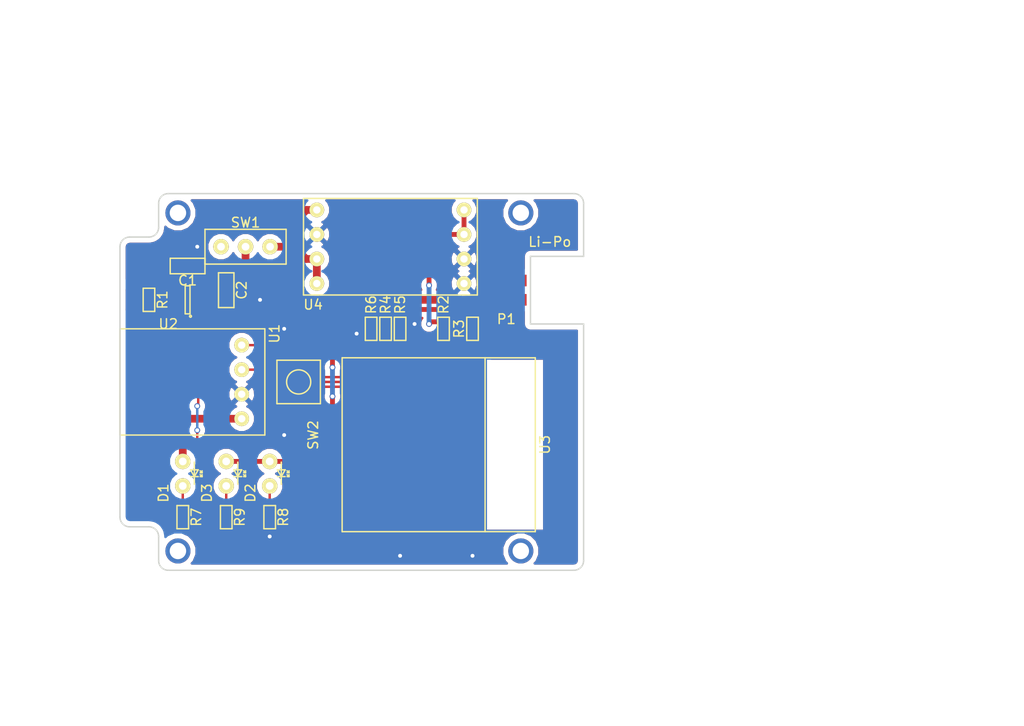
<source format=kicad_pcb>
(kicad_pcb (version 4) (host pcbnew 4.0.1-stable)

  (general
    (links 46)
    (no_connects 0)
    (area 97.300001 64.8 216.728573 143.200001)
    (thickness 1.6)
    (drawings 50)
    (tracks 153)
    (zones 0)
    (modules 21)
    (nets 19)
  )

  (page A4)
  (title_block
    (title theta-remote-release)
    (company "Hideki SHIRO")
  )

  (layers
    (0 F.Cu signal)
    (31 B.Cu signal)
    (32 B.Adhes user)
    (33 F.Adhes user)
    (34 B.Paste user)
    (35 F.Paste user)
    (36 B.SilkS user)
    (37 F.SilkS user)
    (38 B.Mask user)
    (39 F.Mask user)
    (40 Dwgs.User user)
    (41 Cmts.User user)
    (42 Eco1.User user)
    (43 Eco2.User user)
    (44 Edge.Cuts user)
    (45 Margin user)
    (46 B.CrtYd user)
    (47 F.CrtYd user)
    (48 B.Fab user)
    (49 F.Fab user)
  )

  (setup
    (last_trace_width 0.25)
    (user_trace_width 0.4)
    (user_trace_width 0.8)
    (trace_clearance 0.2)
    (zone_clearance 0.508)
    (zone_45_only yes)
    (trace_min 0.2)
    (segment_width 0.2)
    (edge_width 0.15)
    (via_size 0.6)
    (via_drill 0.4)
    (via_min_size 0.4)
    (via_min_drill 0.3)
    (user_via 2.6 1.7)
    (uvia_size 0.3)
    (uvia_drill 0.1)
    (uvias_allowed no)
    (uvia_min_size 0.2)
    (uvia_min_drill 0.1)
    (pcb_text_width 0.3)
    (pcb_text_size 1.5 1.5)
    (mod_edge_width 0.15)
    (mod_text_size 1 1)
    (mod_text_width 0.15)
    (pad_size 1.524 1.524)
    (pad_drill 0.762)
    (pad_to_mask_clearance 0.2)
    (aux_axis_origin 0 0)
    (visible_elements FFFFFFFF)
    (pcbplotparams
      (layerselection 0x010f0_80000001)
      (usegerberextensions true)
      (excludeedgelayer true)
      (linewidth 0.100000)
      (plotframeref false)
      (viasonmask false)
      (mode 1)
      (useauxorigin false)
      (hpglpennumber 1)
      (hpglpenspeed 20)
      (hpglpendiameter 15)
      (hpglpenoverlay 2)
      (psnegative false)
      (psa4output false)
      (plotreference true)
      (plotvalue false)
      (plotinvisibletext false)
      (padsonsilk false)
      (subtractmaskfromsilk false)
      (outputformat 1)
      (mirror false)
      (drillshape 0)
      (scaleselection 1)
      (outputdirectory gerber/))
  )

  (net 0 "")
  (net 1 +5V)
  (net 2 GND)
  (net 3 "Net-(C2-Pad1)")
  (net 4 "Net-(D1-Pad1)")
  (net 5 "Net-(D2-Pad1)")
  (net 6 +3V3)
  (net 7 "Net-(D3-Pad1)")
  (net 8 "Net-(R1-Pad2)")
  (net 9 "Net-(R2-Pad2)")
  (net 10 "Net-(R3-Pad2)")
  (net 11 "Net-(R4-Pad2)")
  (net 12 "Net-(R5-Pad1)")
  (net 13 /IO0)
  (net 14 /STAT)
  (net 15 /IO4)
  (net 16 +BATT)
  (net 17 "Net-(U1-Pad3)")
  (net 18 "Net-(U1-Pad4)")

  (net_class Default "This is the default net class."
    (clearance 0.2)
    (trace_width 0.25)
    (via_dia 0.6)
    (via_drill 0.4)
    (uvia_dia 0.3)
    (uvia_drill 0.1)
    (add_net +3V3)
    (add_net +5V)
    (add_net +BATT)
    (add_net /IO0)
    (add_net /IO4)
    (add_net /STAT)
    (add_net GND)
    (add_net "Net-(C2-Pad1)")
    (add_net "Net-(D1-Pad1)")
    (add_net "Net-(D2-Pad1)")
    (add_net "Net-(D3-Pad1)")
    (add_net "Net-(R1-Pad2)")
    (add_net "Net-(R2-Pad2)")
    (add_net "Net-(R3-Pad2)")
    (add_net "Net-(R4-Pad2)")
    (add_net "Net-(R5-Pad1)")
    (add_net "Net-(U1-Pad3)")
    (add_net "Net-(U1-Pad4)")
  )

  (module theta-remote-release:SMD2012 (layer F.Cu) (tedit 56587C76) (tstamp 56534FE9)
    (at 129 93.5)
    (path /56506A27)
    (fp_text reference C1 (at 0 1.5) (layer F.SilkS)
      (effects (font (size 1 1) (thickness 0.15)))
    )
    (fp_text value 4.7μF (at 0 -1.5) (layer F.Fab)
      (effects (font (size 1 1) (thickness 0.15)))
    )
    (fp_line (start -1.8 -0.8) (end -1.8 0.8) (layer F.SilkS) (width 0.15))
    (fp_line (start -1.8 0.8) (end 1.8 0.8) (layer F.SilkS) (width 0.15))
    (fp_line (start 1.8 0.8) (end 1.8 -0.8) (layer F.SilkS) (width 0.15))
    (fp_line (start 1.8 -0.8) (end -1.8 -0.8) (layer F.SilkS) (width 0.15))
    (fp_line (start -1 -0.6) (end -1 0.6) (layer F.Fab) (width 0.15))
    (fp_line (start -1 0.6) (end 1 0.6) (layer F.Fab) (width 0.15))
    (fp_line (start 1 0.6) (end 1 -0.6) (layer F.Fab) (width 0.15))
    (fp_line (start 1 -0.6) (end -1 -0.6) (layer F.Fab) (width 0.15))
    (pad 1 smd rect (at -1 0) (size 1.15 1.15) (layers F.Cu F.Paste F.Mask)
      (net 1 +5V))
    (pad 2 smd rect (at 1 0) (size 1.15 1.15) (layers F.Cu F.Paste F.Mask)
      (net 2 GND))
  )

  (module theta-remote-release:SMD2012 (layer F.Cu) (tedit 56587C6B) (tstamp 56534FEF)
    (at 133 96 270)
    (path /5650518A)
    (fp_text reference C2 (at 0 -1.6 270) (layer F.SilkS)
      (effects (font (size 1 1) (thickness 0.15)))
    )
    (fp_text value 4.7μF (at 0 1.5 270) (layer F.Fab)
      (effects (font (size 1 1) (thickness 0.15)))
    )
    (fp_line (start -1.8 -0.8) (end -1.8 0.8) (layer F.SilkS) (width 0.15))
    (fp_line (start -1.8 0.8) (end 1.8 0.8) (layer F.SilkS) (width 0.15))
    (fp_line (start 1.8 0.8) (end 1.8 -0.8) (layer F.SilkS) (width 0.15))
    (fp_line (start 1.8 -0.8) (end -1.8 -0.8) (layer F.SilkS) (width 0.15))
    (fp_line (start -1 -0.6) (end -1 0.6) (layer F.Fab) (width 0.15))
    (fp_line (start -1 0.6) (end 1 0.6) (layer F.Fab) (width 0.15))
    (fp_line (start 1 0.6) (end 1 -0.6) (layer F.Fab) (width 0.15))
    (fp_line (start 1 -0.6) (end -1 -0.6) (layer F.Fab) (width 0.15))
    (pad 1 smd rect (at -1 0 270) (size 1.15 1.15) (layers F.Cu F.Paste F.Mask)
      (net 3 "Net-(C2-Pad1)"))
    (pad 2 smd rect (at 1 0 270) (size 1.15 1.15) (layers F.Cu F.Paste F.Mask)
      (net 2 GND))
  )

  (module theta-remote-release:SMD1608 (layer F.Cu) (tedit 56587CB9) (tstamp 5653501D)
    (at 155.5 100 270)
    (path /564F3854)
    (fp_text reference R2 (at -2.5 0 270) (layer F.SilkS)
      (effects (font (size 1 1) (thickness 0.15)))
    )
    (fp_text value 10kΩ (at 3.5 0 270) (layer F.Fab)
      (effects (font (size 1 1) (thickness 0.15)))
    )
    (fp_line (start -1.2 -0.6) (end -1.2 0.6) (layer F.SilkS) (width 0.15))
    (fp_line (start -1.2 0.6) (end 1.2 0.6) (layer F.SilkS) (width 0.15))
    (fp_line (start 1.2 0.6) (end 1.2 -0.6) (layer F.SilkS) (width 0.15))
    (fp_line (start 1.2 -0.6) (end -1.2 -0.6) (layer F.SilkS) (width 0.15))
    (pad 1 smd rect (at -0.725 0 270) (size 0.65 0.9) (layers F.Cu F.Paste F.Mask)
      (net 6 +3V3))
    (pad 2 smd rect (at 0.725 0 270) (size 0.65 0.9) (layers F.Cu F.Paste F.Mask)
      (net 9 "Net-(R2-Pad2)"))
  )

  (module theta-remote-release:SMD1608 (layer F.Cu) (tedit 56587CBC) (tstamp 56535023)
    (at 158.5 100 90)
    (path /56505C68)
    (fp_text reference R3 (at 0 -1.4 90) (layer F.SilkS)
      (effects (font (size 1 1) (thickness 0.15)))
    )
    (fp_text value 10kΩ (at -3.5 0 90) (layer F.Fab)
      (effects (font (size 1 1) (thickness 0.15)))
    )
    (fp_line (start -1.2 -0.6) (end -1.2 0.6) (layer F.SilkS) (width 0.15))
    (fp_line (start -1.2 0.6) (end 1.2 0.6) (layer F.SilkS) (width 0.15))
    (fp_line (start 1.2 0.6) (end 1.2 -0.6) (layer F.SilkS) (width 0.15))
    (fp_line (start 1.2 -0.6) (end -1.2 -0.6) (layer F.SilkS) (width 0.15))
    (pad 1 smd rect (at -0.725 0 90) (size 0.65 0.9) (layers F.Cu F.Paste F.Mask)
      (net 6 +3V3))
    (pad 2 smd rect (at 0.725 0 90) (size 0.65 0.9) (layers F.Cu F.Paste F.Mask)
      (net 10 "Net-(R3-Pad2)"))
  )

  (module theta-remote-release:SMD1608 (layer F.Cu) (tedit 56587CB1) (tstamp 56535029)
    (at 149.5 100 270)
    (path /565066A9)
    (fp_text reference R4 (at -2.5 0 270) (layer F.SilkS)
      (effects (font (size 1 1) (thickness 0.15)))
    )
    (fp_text value 10kΩ (at 3.5 0 270) (layer F.Fab)
      (effects (font (size 1 1) (thickness 0.15)))
    )
    (fp_line (start -1.2 -0.6) (end -1.2 0.6) (layer F.SilkS) (width 0.15))
    (fp_line (start -1.2 0.6) (end 1.2 0.6) (layer F.SilkS) (width 0.15))
    (fp_line (start 1.2 0.6) (end 1.2 -0.6) (layer F.SilkS) (width 0.15))
    (fp_line (start 1.2 -0.6) (end -1.2 -0.6) (layer F.SilkS) (width 0.15))
    (pad 1 smd rect (at -0.725 0 270) (size 0.65 0.9) (layers F.Cu F.Paste F.Mask)
      (net 6 +3V3))
    (pad 2 smd rect (at 0.725 0 270) (size 0.65 0.9) (layers F.Cu F.Paste F.Mask)
      (net 11 "Net-(R4-Pad2)"))
  )

  (module theta-remote-release:SMD1608 (layer F.Cu) (tedit 56587CB7) (tstamp 5653502F)
    (at 151 100 90)
    (path /564F34B7)
    (fp_text reference R5 (at 2.5 0 90) (layer F.SilkS)
      (effects (font (size 1 1) (thickness 0.15)))
    )
    (fp_text value 10kΩ (at -3.5 0 90) (layer F.Fab)
      (effects (font (size 1 1) (thickness 0.15)))
    )
    (fp_line (start -1.2 -0.6) (end -1.2 0.6) (layer F.SilkS) (width 0.15))
    (fp_line (start -1.2 0.6) (end 1.2 0.6) (layer F.SilkS) (width 0.15))
    (fp_line (start 1.2 0.6) (end 1.2 -0.6) (layer F.SilkS) (width 0.15))
    (fp_line (start 1.2 -0.6) (end -1.2 -0.6) (layer F.SilkS) (width 0.15))
    (pad 1 smd rect (at -0.725 0 90) (size 0.65 0.9) (layers F.Cu F.Paste F.Mask)
      (net 12 "Net-(R5-Pad1)"))
    (pad 2 smd rect (at 0.725 0 90) (size 0.65 0.9) (layers F.Cu F.Paste F.Mask)
      (net 2 GND))
  )

  (module theta-remote-release:SMD1608 (layer F.Cu) (tedit 56587CB3) (tstamp 56535035)
    (at 148 100 270)
    (path /564F35D7)
    (fp_text reference R6 (at -2.5 0 270) (layer F.SilkS)
      (effects (font (size 1 1) (thickness 0.15)))
    )
    (fp_text value 4.7kΩ (at 3.5 0 270) (layer F.Fab)
      (effects (font (size 1 1) (thickness 0.15)))
    )
    (fp_line (start -1.2 -0.6) (end -1.2 0.6) (layer F.SilkS) (width 0.15))
    (fp_line (start -1.2 0.6) (end 1.2 0.6) (layer F.SilkS) (width 0.15))
    (fp_line (start 1.2 0.6) (end 1.2 -0.6) (layer F.SilkS) (width 0.15))
    (fp_line (start 1.2 -0.6) (end -1.2 -0.6) (layer F.SilkS) (width 0.15))
    (pad 1 smd rect (at -0.725 0 270) (size 0.65 0.9) (layers F.Cu F.Paste F.Mask)
      (net 6 +3V3))
    (pad 2 smd rect (at 0.725 0 270) (size 0.65 0.9) (layers F.Cu F.Paste F.Mask)
      (net 13 /IO0))
  )

  (module theta-remote-release:SMD1608 (layer F.Cu) (tedit 56533985) (tstamp 5653503B)
    (at 128.5 119.5 270)
    (path /564F5FF1)
    (fp_text reference R7 (at 0 -1.4 270) (layer F.SilkS)
      (effects (font (size 1 1) (thickness 0.15)))
    )
    (fp_text value 470Ω (at 0 1.4 270) (layer F.Fab)
      (effects (font (size 1 1) (thickness 0.15)))
    )
    (fp_line (start -1.2 -0.6) (end -1.2 0.6) (layer F.SilkS) (width 0.15))
    (fp_line (start -1.2 0.6) (end 1.2 0.6) (layer F.SilkS) (width 0.15))
    (fp_line (start 1.2 0.6) (end 1.2 -0.6) (layer F.SilkS) (width 0.15))
    (fp_line (start 1.2 -0.6) (end -1.2 -0.6) (layer F.SilkS) (width 0.15))
    (pad 1 smd rect (at -0.725 0 270) (size 0.65 0.9) (layers F.Cu F.Paste F.Mask)
      (net 4 "Net-(D1-Pad1)"))
    (pad 2 smd rect (at 0.725 0 270) (size 0.65 0.9) (layers F.Cu F.Paste F.Mask)
      (net 14 /STAT))
  )

  (module theta-remote-release:SMD1608 (layer F.Cu) (tedit 56533985) (tstamp 56535041)
    (at 137.5 119.5 270)
    (path /565080D2)
    (fp_text reference R8 (at 0 -1.4 270) (layer F.SilkS)
      (effects (font (size 1 1) (thickness 0.15)))
    )
    (fp_text value 470Ω (at 0 1.4 270) (layer F.Fab)
      (effects (font (size 1 1) (thickness 0.15)))
    )
    (fp_line (start -1.2 -0.6) (end -1.2 0.6) (layer F.SilkS) (width 0.15))
    (fp_line (start -1.2 0.6) (end 1.2 0.6) (layer F.SilkS) (width 0.15))
    (fp_line (start 1.2 0.6) (end 1.2 -0.6) (layer F.SilkS) (width 0.15))
    (fp_line (start 1.2 -0.6) (end -1.2 -0.6) (layer F.SilkS) (width 0.15))
    (pad 1 smd rect (at -0.725 0 270) (size 0.65 0.9) (layers F.Cu F.Paste F.Mask)
      (net 5 "Net-(D2-Pad1)"))
    (pad 2 smd rect (at 0.725 0 270) (size 0.65 0.9) (layers F.Cu F.Paste F.Mask)
      (net 2 GND))
  )

  (module theta-remote-release:SMD1608 (layer F.Cu) (tedit 56533985) (tstamp 56535047)
    (at 133 119.5 270)
    (path /56508155)
    (fp_text reference R9 (at 0 -1.4 270) (layer F.SilkS)
      (effects (font (size 1 1) (thickness 0.15)))
    )
    (fp_text value 470Ω (at 0 1.4 270) (layer F.Fab)
      (effects (font (size 1 1) (thickness 0.15)))
    )
    (fp_line (start -1.2 -0.6) (end -1.2 0.6) (layer F.SilkS) (width 0.15))
    (fp_line (start -1.2 0.6) (end 1.2 0.6) (layer F.SilkS) (width 0.15))
    (fp_line (start 1.2 0.6) (end 1.2 -0.6) (layer F.SilkS) (width 0.15))
    (fp_line (start 1.2 -0.6) (end -1.2 -0.6) (layer F.SilkS) (width 0.15))
    (pad 1 smd rect (at -0.725 0 270) (size 0.65 0.9) (layers F.Cu F.Paste F.Mask)
      (net 7 "Net-(D3-Pad1)"))
    (pad 2 smd rect (at 0.725 0 270) (size 0.65 0.9) (layers F.Cu F.Paste F.Mask)
      (net 15 /IO4))
  )

  (module theta-remote-release:AE-FT234X (layer F.Cu) (tedit 56587CCC) (tstamp 5653505E)
    (at 129.5 105.5 90)
    (path /56503211)
    (fp_text reference U1 (at 5 8.5 90) (layer F.SilkS)
      (effects (font (size 1 1) (thickness 0.15)))
    )
    (fp_text value AE-FT234X (at 0 7.5 90) (layer F.Fab)
      (effects (font (size 1 1) (thickness 0.15)))
    )
    (fp_line (start 5.5 -7.5) (end 5.5 7.5) (layer F.SilkS) (width 0.15))
    (fp_line (start -5.5 -7.5) (end -5.5 7.5) (layer F.SilkS) (width 0.15))
    (fp_line (start -5.5 7.5) (end 5.5 7.5) (layer F.SilkS) (width 0.15))
    (fp_line (start 5.5 -7.5) (end -5.5 -7.5) (layer F.SilkS) (width 0.15))
    (pad 1 thru_hole circle (at -3.81 5.1 90) (size 1.524 1.524) (drill 0.762) (layers *.Cu *.Mask F.SilkS)
      (net 1 +5V))
    (pad 2 thru_hole circle (at -1.27 5.1 90) (size 1.524 1.524) (drill 0.762) (layers *.Cu *.Mask F.SilkS)
      (net 2 GND))
    (pad 3 thru_hole circle (at 1.27 5.1 90) (size 1.524 1.524) (drill 0.762) (layers *.Cu *.Mask F.SilkS)
      (net 17 "Net-(U1-Pad3)"))
    (pad 4 thru_hole circle (at 3.81 5.1 90) (size 1.524 1.524) (drill 0.762) (layers *.Cu *.Mask F.SilkS)
      (net 18 "Net-(U1-Pad4)"))
  )

  (module TO_SOT_Packages_SMD:SOT-23-5 (layer F.Cu) (tedit 56587C9B) (tstamp 56535067)
    (at 129 97 180)
    (descr "5-pin SOT23 package")
    (tags SOT-23-5)
    (path /56503BE8)
    (attr smd)
    (fp_text reference U2 (at 2 -2.5 180) (layer F.SilkS)
      (effects (font (size 1 1) (thickness 0.15)))
    )
    (fp_text value MCP73831 (at -3.5 -2.5 180) (layer F.Fab)
      (effects (font (size 1 1) (thickness 0.15)))
    )
    (fp_line (start -1.8 -1.6) (end 1.8 -1.6) (layer F.CrtYd) (width 0.05))
    (fp_line (start 1.8 -1.6) (end 1.8 1.6) (layer F.CrtYd) (width 0.05))
    (fp_line (start 1.8 1.6) (end -1.8 1.6) (layer F.CrtYd) (width 0.05))
    (fp_line (start -1.8 1.6) (end -1.8 -1.6) (layer F.CrtYd) (width 0.05))
    (fp_circle (center -0.3 -1.7) (end -0.2 -1.7) (layer F.SilkS) (width 0.15))
    (fp_line (start 0.25 -1.45) (end -0.25 -1.45) (layer F.SilkS) (width 0.15))
    (fp_line (start 0.25 1.45) (end 0.25 -1.45) (layer F.SilkS) (width 0.15))
    (fp_line (start -0.25 1.45) (end 0.25 1.45) (layer F.SilkS) (width 0.15))
    (fp_line (start -0.25 -1.45) (end -0.25 1.45) (layer F.SilkS) (width 0.15))
    (pad 1 smd rect (at -1.1 -0.95 180) (size 1.06 0.65) (layers F.Cu F.Paste F.Mask)
      (net 14 /STAT))
    (pad 2 smd rect (at -1.1 0 180) (size 1.06 0.65) (layers F.Cu F.Paste F.Mask)
      (net 2 GND))
    (pad 3 smd rect (at -1.1 0.95 180) (size 1.06 0.65) (layers F.Cu F.Paste F.Mask)
      (net 3 "Net-(C2-Pad1)"))
    (pad 4 smd rect (at 1.1 0.95 180) (size 1.06 0.65) (layers F.Cu F.Paste F.Mask)
      (net 1 +5V))
    (pad 5 smd rect (at 1.1 -0.95 180) (size 1.06 0.65) (layers F.Cu F.Paste F.Mask)
      (net 8 "Net-(R1-Pad2)"))
    (model TO_SOT_Packages_SMD.3dshapes/SOT-23-5.wrl
      (at (xyz 0 0 0))
      (scale (xyz 1 1 1))
      (rotate (xyz 0 0 0))
    )
  )

  (module theta-remote-release:esp-wroom-02 (layer F.Cu) (tedit 5655E82F) (tstamp 5653507D)
    (at 145 112 270)
    (path /564F2887)
    (fp_text reference U3 (at 0 -21 270) (layer F.SilkS)
      (effects (font (size 1 1) (thickness 0.15)))
    )
    (fp_text value ESP-WROOM-02 (at 0 -17 270) (layer F.Fab)
      (effects (font (size 1 1) (thickness 0.15)))
    )
    (fp_line (start -9 -14.8) (end 9 -14.8) (layer F.SilkS) (width 0.15))
    (fp_line (start -9 0) (end 9 0) (layer F.SilkS) (width 0.15))
    (fp_line (start 9 0) (end 9 -20) (layer F.SilkS) (width 0.15))
    (fp_line (start 9 -20) (end -9 -20) (layer F.SilkS) (width 0.15))
    (fp_line (start -9 -20) (end -9 0) (layer F.SilkS) (width 0.15))
    (pad 1 smd rect (at -9 -13.5 270) (size 2 0.9) (layers F.Cu F.Paste F.Mask)
      (net 6 +3V3))
    (pad 2 smd rect (at -9 -12 270) (size 2 0.9) (layers F.Cu F.Paste F.Mask)
      (net 9 "Net-(R2-Pad2)"))
    (pad 3 smd rect (at -9 -10.5 270) (size 2 0.9) (layers F.Cu F.Paste F.Mask))
    (pad 4 smd rect (at -9 -9 270) (size 2 0.9) (layers F.Cu F.Paste F.Mask))
    (pad 5 smd rect (at -9 -7.5 270) (size 2 0.9) (layers F.Cu F.Paste F.Mask))
    (pad 6 smd rect (at -9 -6 270) (size 2 0.9) (layers F.Cu F.Paste F.Mask)
      (net 12 "Net-(R5-Pad1)"))
    (pad 7 smd rect (at -9 -4.5 270) (size 2 0.9) (layers F.Cu F.Paste F.Mask)
      (net 11 "Net-(R4-Pad2)"))
    (pad 8 smd rect (at -9 -3 270) (size 2 0.9) (layers F.Cu F.Paste F.Mask)
      (net 13 /IO0))
    (pad 9 smd rect (at -9 -1.5 270) (size 2 0.9) (layers F.Cu F.Paste F.Mask)
      (net 2 GND))
    (pad 10 smd rect (at 9 -1.5 270) (size 2 0.9) (layers F.Cu F.Paste F.Mask)
      (net 15 /IO4))
    (pad 11 smd rect (at 9 -3 270) (size 2 0.9) (layers F.Cu F.Paste F.Mask)
      (net 17 "Net-(U1-Pad3)"))
    (pad 12 smd rect (at 9 -4.5 270) (size 2 0.9) (layers F.Cu F.Paste F.Mask)
      (net 18 "Net-(U1-Pad4)"))
    (pad 13 smd rect (at 9 -6 270) (size 2 0.9) (layers F.Cu F.Paste F.Mask)
      (net 2 GND))
    (pad 14 smd rect (at 9 -7.5 270) (size 2 0.9) (layers F.Cu F.Paste F.Mask))
    (pad 15 smd rect (at 9 -9 270) (size 2 0.9) (layers F.Cu F.Paste F.Mask)
      (net 10 "Net-(R3-Pad2)"))
    (pad 16 smd rect (at 9 -10.5 270) (size 2 0.9) (layers F.Cu F.Paste F.Mask))
    (pad 17 smd rect (at 9 -12 270) (size 2 0.9) (layers F.Cu F.Paste F.Mask))
    (pad 18 smd rect (at 9 -13.5 270) (size 2 0.9) (layers F.Cu F.Paste F.Mask)
      (net 2 GND))
  )

  (module theta-remote-release:TPS63000 (layer F.Cu) (tedit 56587CAC) (tstamp 56535089)
    (at 150 91.5)
    (path /56503570)
    (fp_text reference U4 (at -8 6) (layer F.SilkS)
      (effects (font (size 1 1) (thickness 0.15)))
    )
    (fp_text value TPS63000 (at 0 -6) (layer F.Fab)
      (effects (font (size 1 1) (thickness 0.15)))
    )
    (fp_line (start -9 -5) (end -9 5) (layer F.SilkS) (width 0.15))
    (fp_line (start -9 5) (end 9 5) (layer F.SilkS) (width 0.15))
    (fp_line (start 9 5) (end 9 -5) (layer F.SilkS) (width 0.15))
    (fp_line (start 9 -5) (end -9 -5) (layer F.SilkS) (width 0.15))
    (pad 1 thru_hole circle (at -7.62 -3.81) (size 1.524 1.524) (drill 0.762) (layers *.Cu *.Mask F.SilkS)
      (net 16 +BATT))
    (pad 2 thru_hole circle (at -7.62 -1.27) (size 1.524 1.524) (drill 0.762) (layers *.Cu *.Mask F.SilkS)
      (net 2 GND))
    (pad 3 thru_hole circle (at -7.62 1.27) (size 1.524 1.524) (drill 0.762) (layers *.Cu *.Mask F.SilkS)
      (net 16 +BATT))
    (pad 4 thru_hole circle (at -7.62 3.81) (size 1.524 1.524) (drill 0.762) (layers *.Cu *.Mask F.SilkS)
      (net 16 +BATT))
    (pad 5 thru_hole circle (at 7.62 3.81) (size 1.524 1.524) (drill 0.762) (layers *.Cu *.Mask F.SilkS)
      (net 2 GND))
    (pad 6 thru_hole circle (at 7.62 1.27) (size 1.524 1.524) (drill 0.762) (layers *.Cu *.Mask F.SilkS)
      (net 2 GND))
    (pad 7 thru_hole circle (at 7.62 -1.27) (size 1.524 1.524) (drill 0.762) (layers *.Cu *.Mask F.SilkS)
      (net 6 +3V3))
    (pad 8 thru_hole circle (at 7.62 -3.81) (size 1.524 1.524) (drill 0.762) (layers *.Cu *.Mask F.SilkS)
      (net 6 +3V3))
  )

  (module theta-remote-release:SMD1608 (layer F.Cu) (tedit 56533985) (tstamp 56535017)
    (at 125 97 270)
    (path /56504BF4)
    (fp_text reference R1 (at 0 -1.4 270) (layer F.SilkS)
      (effects (font (size 1 1) (thickness 0.15)))
    )
    (fp_text value 2kΩ (at 0 1.4 270) (layer F.Fab)
      (effects (font (size 1 1) (thickness 0.15)))
    )
    (fp_line (start -1.2 -0.6) (end -1.2 0.6) (layer F.SilkS) (width 0.15))
    (fp_line (start -1.2 0.6) (end 1.2 0.6) (layer F.SilkS) (width 0.15))
    (fp_line (start 1.2 0.6) (end 1.2 -0.6) (layer F.SilkS) (width 0.15))
    (fp_line (start 1.2 -0.6) (end -1.2 -0.6) (layer F.SilkS) (width 0.15))
    (pad 1 smd rect (at -0.725 0 270) (size 0.65 0.9) (layers F.Cu F.Paste F.Mask)
      (net 2 GND))
    (pad 2 smd rect (at 0.725 0 270) (size 0.65 0.9) (layers F.Cu F.Paste F.Mask)
      (net 8 "Net-(R1-Pad2)"))
  )

  (module theta-remote-release:LED (layer F.Cu) (tedit 56538D3E) (tstamp 56535001)
    (at 133 115 90)
    (path /5650825B)
    (fp_text reference D3 (at -2 -2 90) (layer F.SilkS)
      (effects (font (size 1 1) (thickness 0.15)))
    )
    (fp_text value STATUS (at 0 -2.2 90) (layer F.Fab)
      (effects (font (size 1 1) (thickness 0.15)))
    )
    (fp_circle (center 0 0) (end 1.5 0) (layer F.Fab) (width 0.15))
    (fp_line (start 0.1 1.8) (end 0.1 2) (layer F.SilkS) (width 0.15))
    (fp_line (start 0.1 2) (end 0.3 1.8) (layer F.SilkS) (width 0.15))
    (fp_line (start 0.3 2) (end 0.1 2) (layer F.SilkS) (width 0.15))
    (fp_line (start -0.3 1.8) (end -0.3 2) (layer F.SilkS) (width 0.15))
    (fp_line (start -0.3 2) (end -0.1 1.8) (layer F.SilkS) (width 0.15))
    (fp_line (start -0.1 2) (end -0.3 2) (layer F.SilkS) (width 0.15))
    (fp_line (start 0.4 1.6) (end -0.3 1.2) (layer F.SilkS) (width 0.15))
    (fp_line (start -0.3 0.8) (end -0.3 1.6) (layer F.SilkS) (width 0.15))
    (fp_line (start -0.3 1.2) (end 0.4 0.8) (layer F.SilkS) (width 0.15))
    (fp_line (start 0.4 0.8) (end 0.4 1.6) (layer F.SilkS) (width 0.15))
    (fp_line (start -1.1 1.2) (end 1.2 1.2) (layer F.SilkS) (width 0.15))
    (pad 1 thru_hole circle (at -1.27 0 90) (size 1.6 1.6) (drill 0.8) (layers *.Cu *.Mask F.SilkS)
      (net 7 "Net-(D3-Pad1)"))
    (pad 2 thru_hole circle (at 1.27 0 90) (size 1.6 1.6) (drill 0.8) (layers *.Cu *.Mask F.SilkS)
      (net 6 +3V3))
  )

  (module theta-remote-release:LED (layer F.Cu) (tedit 56538D40) (tstamp 56534FFB)
    (at 137.5 115 90)
    (path /565081FA)
    (fp_text reference D2 (at -2 -2 90) (layer F.SilkS)
      (effects (font (size 1 1) (thickness 0.15)))
    )
    (fp_text value POWER (at 0 -2.2 90) (layer F.Fab)
      (effects (font (size 1 1) (thickness 0.15)))
    )
    (fp_circle (center 0 0) (end 1.5 0) (layer F.Fab) (width 0.15))
    (fp_line (start 0.1 1.8) (end 0.1 2) (layer F.SilkS) (width 0.15))
    (fp_line (start 0.1 2) (end 0.3 1.8) (layer F.SilkS) (width 0.15))
    (fp_line (start 0.3 2) (end 0.1 2) (layer F.SilkS) (width 0.15))
    (fp_line (start -0.3 1.8) (end -0.3 2) (layer F.SilkS) (width 0.15))
    (fp_line (start -0.3 2) (end -0.1 1.8) (layer F.SilkS) (width 0.15))
    (fp_line (start -0.1 2) (end -0.3 2) (layer F.SilkS) (width 0.15))
    (fp_line (start 0.4 1.6) (end -0.3 1.2) (layer F.SilkS) (width 0.15))
    (fp_line (start -0.3 0.8) (end -0.3 1.6) (layer F.SilkS) (width 0.15))
    (fp_line (start -0.3 1.2) (end 0.4 0.8) (layer F.SilkS) (width 0.15))
    (fp_line (start 0.4 0.8) (end 0.4 1.6) (layer F.SilkS) (width 0.15))
    (fp_line (start -1.1 1.2) (end 1.2 1.2) (layer F.SilkS) (width 0.15))
    (pad 1 thru_hole circle (at -1.27 0 90) (size 1.6 1.6) (drill 0.8) (layers *.Cu *.Mask F.SilkS)
      (net 5 "Net-(D2-Pad1)"))
    (pad 2 thru_hole circle (at 1.27 0 90) (size 1.6 1.6) (drill 0.8) (layers *.Cu *.Mask F.SilkS)
      (net 6 +3V3))
  )

  (module theta-remote-release:LED (layer F.Cu) (tedit 56538D3B) (tstamp 56534FF5)
    (at 128.5 115 90)
    (path /564F5F53)
    (fp_text reference D1 (at -2 -2 90) (layer F.SilkS)
      (effects (font (size 1 1) (thickness 0.15)))
    )
    (fp_text value CHARGE (at 0 -2.2 90) (layer F.Fab)
      (effects (font (size 1 1) (thickness 0.15)))
    )
    (fp_circle (center 0 0) (end 1.5 0) (layer F.Fab) (width 0.15))
    (fp_line (start 0.1 1.8) (end 0.1 2) (layer F.SilkS) (width 0.15))
    (fp_line (start 0.1 2) (end 0.3 1.8) (layer F.SilkS) (width 0.15))
    (fp_line (start 0.3 2) (end 0.1 2) (layer F.SilkS) (width 0.15))
    (fp_line (start -0.3 1.8) (end -0.3 2) (layer F.SilkS) (width 0.15))
    (fp_line (start -0.3 2) (end -0.1 1.8) (layer F.SilkS) (width 0.15))
    (fp_line (start -0.1 2) (end -0.3 2) (layer F.SilkS) (width 0.15))
    (fp_line (start 0.4 1.6) (end -0.3 1.2) (layer F.SilkS) (width 0.15))
    (fp_line (start -0.3 0.8) (end -0.3 1.6) (layer F.SilkS) (width 0.15))
    (fp_line (start -0.3 1.2) (end 0.4 0.8) (layer F.SilkS) (width 0.15))
    (fp_line (start 0.4 0.8) (end 0.4 1.6) (layer F.SilkS) (width 0.15))
    (fp_line (start -1.1 1.2) (end 1.2 1.2) (layer F.SilkS) (width 0.15))
    (pad 1 thru_hole circle (at -1.27 0 90) (size 1.6 1.6) (drill 0.8) (layers *.Cu *.Mask F.SilkS)
      (net 4 "Net-(D1-Pad1)"))
    (pad 2 thru_hole circle (at 1.27 0 90) (size 1.6 1.6) (drill 0.8) (layers *.Cu *.Mask F.SilkS)
      (net 1 +5V))
  )

  (module theta-remote-release:PUSH-SW (layer F.Cu) (tedit 5655E845) (tstamp 5655D3A9)
    (at 140.5 105.5 270)
    (path /5655FD78)
    (fp_text reference SW2 (at 5.5 -1.5 270) (layer F.SilkS)
      (effects (font (size 1 1) (thickness 0.15)))
    )
    (fp_text value PUSH-SW (at 0 -3 270) (layer F.Fab)
      (effects (font (size 1 1) (thickness 0.15)))
    )
    (fp_line (start -2.25 -2.25) (end -2.25 2.25) (layer F.SilkS) (width 0.15))
    (fp_line (start -2.25 2.25) (end 2.25 2.25) (layer F.SilkS) (width 0.15))
    (fp_line (start 2.25 2.25) (end 2.25 -2.25) (layer F.SilkS) (width 0.15))
    (fp_line (start 2.25 -2.25) (end -2.25 -2.25) (layer F.SilkS) (width 0.15))
    (fp_circle (center 0 0) (end -1.25 0) (layer F.SilkS) (width 0.15))
    (pad 1 smd rect (at -2.975 -1.5 270) (size 1.25 0.9) (layers F.Cu F.Paste F.Mask)
      (net 13 /IO0))
    (pad 2 smd rect (at 2.975 -1.5 270) (size 1.25 0.9) (layers F.Cu F.Paste F.Mask))
    (pad 3 smd rect (at -2.975 1.5 270) (size 1.25 0.9) (layers F.Cu F.Paste F.Mask)
      (net 2 GND))
    (pad 4 smd rect (at 2.975 1.5 270) (size 1.25 0.9) (layers F.Cu F.Paste F.Mask)
      (net 2 GND))
  )

  (module theta-remote-release:PH-2P-TOP-SIDE (layer F.Cu) (tedit 56587CC1) (tstamp 5655D408)
    (at 162.5 96 270)
    (path /564F4EA0)
    (fp_text reference P1 (at 3 0.5 360) (layer F.SilkS)
      (effects (font (size 1 1) (thickness 0.15)))
    )
    (fp_text value "Li-Po Battery" (at 0 -9 270) (layer F.Fab)
      (effects (font (size 1 1) (thickness 0.15)))
    )
    (fp_text user Li-Po (at -5 -4 360) (layer F.SilkS)
      (effects (font (size 1 1) (thickness 0.15)))
    )
    (fp_line (start -3 -7.7) (end -3 -1.7) (layer F.Fab) (width 0.15))
    (fp_line (start 3 -7.7) (end 3 -1.7) (layer F.Fab) (width 0.15))
    (fp_line (start -3 -7.7) (end 3 -7.7) (layer F.Fab) (width 0.15))
    (fp_line (start -3 -1.7) (end 3 -1.7) (layer F.Fab) (width 0.15))
    (pad 2 smd rect (at -1 0.1 270) (size 1.2 3.4) (layers F.Cu F.Paste F.Mask)
      (net 2 GND))
    (pad 1 smd rect (at 1 0.1 270) (size 1.2 3.4) (layers F.Cu F.Paste F.Mask)
      (net 3 "Net-(C2-Pad1)"))
  )

  (module theta-remote-release:SS12D01G4 (layer F.Cu) (tedit 566ACBD1) (tstamp 566ACC10)
    (at 135 91.5)
    (path /564F5412)
    (fp_text reference SW1 (at 0 -2.5) (layer F.SilkS)
      (effects (font (size 1 1) (thickness 0.15)))
    )
    (fp_text value POWER (at 0 -4) (layer Eco2.User)
      (effects (font (size 1 1) (thickness 0.15)))
    )
    (fp_line (start 4.2 -1.8) (end 4.2 1.8) (layer F.SilkS) (width 0.15))
    (fp_line (start -4.2 -1.8) (end -4.2 1.8) (layer F.SilkS) (width 0.15))
    (fp_line (start -4.2 1.8) (end 4.2 1.8) (layer F.SilkS) (width 0.15))
    (fp_line (start 4.2 -1.8) (end -4.2 -1.8) (layer F.SilkS) (width 0.15))
    (pad 1 thru_hole circle (at -2.54 0) (size 1.6 1.6) (drill 0.8) (layers *.Cu *.Mask F.SilkS))
    (pad 2 thru_hole circle (at 0 0) (size 1.6 1.6) (drill 0.8) (layers *.Cu *.Mask F.SilkS)
      (net 3 "Net-(C2-Pad1)"))
    (pad 3 thru_hole circle (at 2.54 0) (size 1.6 1.6) (drill 0.8) (layers *.Cu *.Mask F.SilkS)
      (net 16 +BATT))
  )

  (gr_line (start 122.3 121) (end 122.3 90) (angle 90) (layer F.Fab) (width 0.2))
  (gr_line (start 201.5 124.2) (end 125.5 124.2) (angle 90) (layer F.Fab) (width 0.2))
  (gr_line (start 204.7 90) (end 204.7 121) (angle 90) (layer F.Fab) (width 0.2))
  (gr_line (start 125.5 86.8) (end 201.5 86.8) (angle 90) (layer F.Fab) (width 0.2))
  (gr_arc (start 125.5 121) (end 125.5 124.2) (angle 90) (layer F.Fab) (width 0.2))
  (gr_arc (start 125.5 90) (end 122.3 90) (angle 90) (layer F.Fab) (width 0.2))
  (gr_arc (start 201.5 90) (end 201.5 86.8) (angle 90) (layer F.Fab) (width 0.2))
  (gr_arc (start 201.5 121) (end 204.7 121) (angle 90) (layer F.Fab) (width 0.2))
  (dimension 16.5 (width 0.1) (layer F.Fab)
    (gr_text 16.5mm (at 126.75 78.15) (layer F.Fab)
      (effects (font (size 0.8 0.8) (thickness 0.1)))
    )
    (feature1 (pts (xy 118.5 91.5) (xy 118.5 76.8)))
    (feature2 (pts (xy 135 91.5) (xy 135 76.8)))
    (crossbar (pts (xy 135 79.5) (xy 118.5 79.5)))
    (arrow1a (pts (xy 118.5 79.5) (xy 119.626504 78.913579)))
    (arrow1b (pts (xy 118.5 79.5) (xy 119.626504 80.086421)))
    (arrow2a (pts (xy 135 79.5) (xy 133.873496 78.913579)))
    (arrow2b (pts (xy 135 79.5) (xy 133.873496 80.086421)))
  )
  (dimension 5.5 (width 0.1) (layer F.Fab)
    (gr_text 5.5mm (at 116.15 88.75 90) (layer F.Fab)
      (effects (font (size 0.8 0.8) (thickness 0.1)))
    )
    (feature1 (pts (xy 135 86) (xy 114.8 86)))
    (feature2 (pts (xy 135 91.5) (xy 114.8 91.5)))
    (crossbar (pts (xy 117.5 91.5) (xy 117.5 86)))
    (arrow1a (pts (xy 117.5 86) (xy 118.086421 87.126504)))
    (arrow1b (pts (xy 117.5 86) (xy 116.913579 87.126504)))
    (arrow2a (pts (xy 117.5 91.5) (xy 118.086421 90.373496)))
    (arrow2b (pts (xy 117.5 91.5) (xy 116.913579 90.373496)))
  )
  (dimension 3.5 (width 0.1) (layer F.Fab)
    (gr_text 3.5mm (at 120.25 141.85) (layer F.Fab)
      (effects (font (size 0.8 0.8) (thickness 0.1)))
    )
    (feature1 (pts (xy 122 125) (xy 122 143.2)))
    (feature2 (pts (xy 118.5 125) (xy 118.5 143.2)))
    (crossbar (pts (xy 118.5 140.5) (xy 122 140.5)))
    (arrow1a (pts (xy 122 140.5) (xy 120.873496 141.086421)))
    (arrow1b (pts (xy 122 140.5) (xy 120.873496 139.913579)))
    (arrow2a (pts (xy 118.5 140.5) (xy 119.626504 141.086421)))
    (arrow2b (pts (xy 118.5 140.5) (xy 119.626504 139.913579)))
  )
  (dimension 4.5 (width 0.1) (layer F.Fab)
    (gr_text 4.5mm (at 135.25 141.85) (layer F.Fab)
      (effects (font (size 0.8 0.8) (thickness 0.1)))
    )
    (feature1 (pts (xy 137.5 115) (xy 137.5 143.2)))
    (feature2 (pts (xy 133 115) (xy 133 143.2)))
    (crossbar (pts (xy 133 140.5) (xy 137.5 140.5)))
    (arrow1a (pts (xy 137.5 140.5) (xy 136.373496 141.086421)))
    (arrow1b (pts (xy 137.5 140.5) (xy 136.373496 139.913579)))
    (arrow2a (pts (xy 133 140.5) (xy 134.126504 141.086421)))
    (arrow2b (pts (xy 133 140.5) (xy 134.126504 139.913579)))
  )
  (dimension 4.5 (width 0.1) (layer F.Fab)
    (gr_text 4.5mm (at 130.75 141.85) (layer F.Fab)
      (effects (font (size 0.8 0.8) (thickness 0.1)))
    )
    (feature1 (pts (xy 133 115) (xy 133 143.2)))
    (feature2 (pts (xy 128.5 115) (xy 128.5 143.2)))
    (crossbar (pts (xy 128.5 140.5) (xy 133 140.5)))
    (arrow1a (pts (xy 133 140.5) (xy 131.873496 141.086421)))
    (arrow1b (pts (xy 133 140.5) (xy 131.873496 139.913579)))
    (arrow2a (pts (xy 128.5 140.5) (xy 129.626504 141.086421)))
    (arrow2b (pts (xy 128.5 140.5) (xy 129.626504 139.913579)))
  )
  (dimension 6.5 (width 0.1) (layer F.Fab)
    (gr_text 6.5mm (at 125.25 141.85) (layer F.Fab)
      (effects (font (size 0.8 0.8) (thickness 0.1)))
    )
    (feature1 (pts (xy 128.5 115) (xy 128.5 143.2)))
    (feature2 (pts (xy 122 115) (xy 122 143.2)))
    (crossbar (pts (xy 122 140.5) (xy 128.5 140.5)))
    (arrow1a (pts (xy 128.5 140.5) (xy 127.373496 141.086421)))
    (arrow1b (pts (xy 128.5 140.5) (xy 127.373496 139.913579)))
    (arrow2a (pts (xy 122 140.5) (xy 123.126504 141.086421)))
    (arrow2b (pts (xy 122 140.5) (xy 123.126504 139.913579)))
  )
  (dimension 9.5 (width 0.1) (layer F.Fab)
    (gr_text "9.5 mm" (at 112.15 110.25 90) (layer F.Fab)
      (effects (font (size 0.8 0.8) (thickness 0.1)))
    )
    (feature1 (pts (xy 128.5 105.5) (xy 110.8 105.5)))
    (feature2 (pts (xy 128.5 115) (xy 110.8 115)))
    (crossbar (pts (xy 113.5 115) (xy 113.5 105.5)))
    (arrow1a (pts (xy 113.5 105.5) (xy 114.086421 106.626504)))
    (arrow1b (pts (xy 113.5 105.5) (xy 112.913579 106.626504)))
    (arrow2a (pts (xy 113.5 115) (xy 114.086421 113.873496)))
    (arrow2b (pts (xy 113.5 115) (xy 112.913579 113.873496)))
  )
  (dimension 48 (width 0.1) (layer F.Fab)
    (gr_text 48mm (at 146 137.35) (layer F.Fab)
      (effects (font (size 0.8 0.8) (thickness 0.1)))
    )
    (feature1 (pts (xy 170 119.5) (xy 170 138.7)))
    (feature2 (pts (xy 122 119.5) (xy 122 138.7)))
    (crossbar (pts (xy 122 136) (xy 170 136)))
    (arrow1a (pts (xy 170 136) (xy 168.873496 136.586421)))
    (arrow1b (pts (xy 170 136) (xy 168.873496 135.413579)))
    (arrow2a (pts (xy 122 136) (xy 123.126504 136.586421)))
    (arrow2b (pts (xy 122 136) (xy 123.126504 135.413579)))
  )
  (dimension 35.5 (width 0.1) (layer F.Fab)
    (gr_text 35.5mm (at 145.75 132.35) (layer F.Fab)
      (effects (font (size 0.8 0.8) (thickness 0.1)))
    )
    (feature1 (pts (xy 163.5 123) (xy 163.5 133.7)))
    (feature2 (pts (xy 128 123) (xy 128 133.7)))
    (crossbar (pts (xy 128 131) (xy 163.5 131)))
    (arrow1a (pts (xy 163.5 131) (xy 162.373496 131.586421)))
    (arrow1b (pts (xy 163.5 131) (xy 162.373496 130.413579)))
    (arrow2a (pts (xy 128 131) (xy 129.126504 131.586421)))
    (arrow2b (pts (xy 128 131) (xy 129.126504 130.413579)))
  )
  (dimension 39 (width 0.1) (layer F.Fab)
    (gr_text 39mm (at 185 105.5 270) (layer F.Fab)
      (effects (font (size 0.8 0.8) (thickness 0.1)))
    )
    (feature1 (pts (xy 169 125) (xy 186.2 125)))
    (feature2 (pts (xy 169 86) (xy 186.2 86)))
    (crossbar (pts (xy 183.5 86) (xy 183.5 125)))
    (arrow1a (pts (xy 183.5 125) (xy 182.913579 123.873496)))
    (arrow1b (pts (xy 183.5 125) (xy 184.086421 123.873496)))
    (arrow2a (pts (xy 183.5 86) (xy 182.913579 87.126504)))
    (arrow2b (pts (xy 183.5 86) (xy 184.086421 87.126504)))
  )
  (dimension 35 (width 0.1) (layer F.Fab)
    (gr_text 35mm (at 178.35 105.5 270) (layer F.Fab) (tstamp 565DC02C)
      (effects (font (size 0.8 0.8) (thickness 0.1)))
    )
    (feature1 (pts (xy 163.5 123) (xy 179.7 123)))
    (feature2 (pts (xy 163.5 88) (xy 179.7 88)))
    (crossbar (pts (xy 177 88) (xy 177 123)))
    (arrow1a (pts (xy 177 123) (xy 176.413579 121.873496)))
    (arrow1b (pts (xy 177 123) (xy 177.586421 121.873496)))
    (arrow2a (pts (xy 177 88) (xy 176.413579 89.126504)))
    (arrow2b (pts (xy 177 88) (xy 177.586421 89.126504)))
  )
  (dimension 22.5 (width 0.1) (layer F.Fab)
    (gr_text 22.5mm (at 112.15 94.25 90) (layer F.Fab)
      (effects (font (size 0.8 0.8) (thickness 0.1)))
    )
    (feature1 (pts (xy 140.5 83) (xy 110.8 83)))
    (feature2 (pts (xy 140.5 105.5) (xy 110.8 105.5)))
    (crossbar (pts (xy 113.5 105.5) (xy 113.5 83)))
    (arrow1a (pts (xy 113.5 83) (xy 114.086421 84.126504)))
    (arrow1b (pts (xy 113.5 83) (xy 112.913579 84.126504)))
    (arrow2a (pts (xy 113.5 105.5) (xy 114.086421 104.373496)))
    (arrow2b (pts (xy 113.5 105.5) (xy 112.913579 104.373496)))
  )
  (dimension 22 (width 0.1) (layer F.Fab)
    (gr_text 22mm (at 129.5 66.15) (layer F.Fab)
      (effects (font (size 0.8 0.8) (thickness 0.1)))
    )
    (feature1 (pts (xy 140.5 105.5) (xy 140.5 64.8)))
    (feature2 (pts (xy 118.5 105.5) (xy 118.5 64.8)))
    (crossbar (pts (xy 118.5 67.5) (xy 140.5 67.5)))
    (arrow1a (pts (xy 140.5 67.5) (xy 139.373496 68.086421)))
    (arrow1b (pts (xy 140.5 67.5) (xy 139.373496 66.913579)))
    (arrow2a (pts (xy 118.5 67.5) (xy 119.626504 68.086421)))
    (arrow2b (pts (xy 118.5 67.5) (xy 119.626504 66.913579)))
  )
  (dimension 45 (width 0.1) (layer F.Fab)
    (gr_text 45mm (at 214.85 105.5 90) (layer F.Fab)
      (effects (font (size 0.8 0.8) (thickness 0.1)))
    )
    (feature1 (pts (xy 205.5 83) (xy 216.2 83)))
    (feature2 (pts (xy 205.5 128) (xy 216.2 128)))
    (crossbar (pts (xy 213.5 128) (xy 213.5 83)))
    (arrow1a (pts (xy 213.5 83) (xy 214.086421 84.126504)))
    (arrow1b (pts (xy 213.5 83) (xy 212.913579 84.126504)))
    (arrow2a (pts (xy 213.5 128) (xy 214.086421 126.873496)))
    (arrow2b (pts (xy 213.5 128) (xy 212.913579 126.873496)))
  )
  (gr_line (start 118.5 125) (end 118.5 86) (angle 90) (layer F.Fab) (width 0.2))
  (gr_line (start 205.5 128) (end 121.5 128) (angle 90) (layer F.Fab) (width 0.2))
  (gr_line (start 208.5 86) (end 208.5 125) (angle 90) (layer F.Fab) (width 0.2))
  (gr_line (start 121.5 83) (end 205.5 83) (angle 90) (layer F.Fab) (width 0.2))
  (gr_arc (start 205.5 125) (end 208.5 125) (angle 90) (layer F.Fab) (width 0.2))
  (gr_arc (start 121.5 125) (end 121.5 128) (angle 90) (layer F.Fab) (width 0.2))
  (gr_arc (start 121.5 86) (end 118.5 86) (angle 90) (layer F.Fab) (width 0.2))
  (gr_arc (start 205.5 86) (end 205.5 83) (angle 90) (layer F.Fab) (width 0.2))
  (gr_line (start 170 99.5) (end 170 124) (angle 90) (layer Edge.Cuts) (width 0.15))
  (gr_line (start 164.5 99.5) (end 170 99.5) (angle 90) (layer Edge.Cuts) (width 0.15))
  (gr_line (start 170 92.5) (end 170 87) (angle 90) (layer Edge.Cuts) (width 0.15))
  (gr_line (start 164.5 92.5) (end 170 92.5) (angle 90) (layer Edge.Cuts) (width 0.15))
  (gr_line (start 127 125) (end 169 125) (angle 90) (layer Edge.Cuts) (width 0.15))
  (gr_line (start 127 86) (end 169 86) (angle 90) (layer Edge.Cuts) (width 0.15))
  (gr_arc (start 169 124) (end 170 124) (angle 90) (layer Edge.Cuts) (width 0.15))
  (gr_arc (start 169 87) (end 169 86) (angle 90) (layer Edge.Cuts) (width 0.15))
  (gr_line (start 164.5 92.5) (end 164.5 99.5) (angle 90) (layer Edge.Cuts) (width 0.15))
  (gr_line (start 126 121.5) (end 126 124) (angle 90) (layer Edge.Cuts) (width 0.15))
  (gr_line (start 126 87) (end 126 89.5) (angle 90) (layer Edge.Cuts) (width 0.15))
  (gr_line (start 122 119.5) (end 122 91.5) (angle 90) (layer Edge.Cuts) (width 0.15))
  (gr_line (start 123 120.5) (end 125 120.5) (angle 90) (layer Edge.Cuts) (width 0.15))
  (gr_line (start 123 90.5) (end 125 90.5) (angle 90) (layer Edge.Cuts) (width 0.15))
  (gr_arc (start 127 124) (end 127 125) (angle 90) (layer Edge.Cuts) (width 0.15))
  (gr_arc (start 127 87) (end 126 87) (angle 90) (layer Edge.Cuts) (width 0.15))
  (gr_arc (start 125 89.5) (end 126 89.5) (angle 90) (layer Edge.Cuts) (width 0.15))
  (gr_arc (start 125 121.5) (end 125 120.5) (angle 90) (layer Edge.Cuts) (width 0.15))
  (gr_arc (start 123 119.5) (end 123 120.5) (angle 90) (layer Edge.Cuts) (width 0.15))
  (gr_arc (start 123 91.5) (end 122 91.5) (angle 90) (layer Edge.Cuts) (width 0.15))

  (via (at 128 88) (size 2.6) (drill 1.7) (layers F.Cu B.Cu) (net 0))
  (via (at 163.5 88) (size 2.6) (drill 1.7) (layers F.Cu B.Cu) (net 0))
  (via (at 163.5 123) (size 2.6) (drill 1.7) (layers F.Cu B.Cu) (net 0))
  (via (at 128 123) (size 2.6) (drill 1.7) (layers F.Cu B.Cu) (net 0))
  (segment (start 128 95) (end 124 95) (width 0.8) (layer F.Cu) (net 1))
  (segment (start 128.5 100) (end 128.5 109.31) (width 0.8) (layer F.Cu) (net 1) (tstamp 5655EE7A))
  (segment (start 128 99.5) (end 128.5 100) (width 0.8) (layer F.Cu) (net 1) (tstamp 5655EE78))
  (segment (start 124.5 99.5) (end 128 99.5) (width 0.8) (layer F.Cu) (net 1) (tstamp 5655EE76))
  (segment (start 123 98) (end 124.5 99.5) (width 0.8) (layer F.Cu) (net 1) (tstamp 5655EE75))
  (segment (start 123 96) (end 123 98) (width 0.8) (layer F.Cu) (net 1) (tstamp 5655EE74))
  (segment (start 124 95) (end 123 96) (width 0.8) (layer F.Cu) (net 1) (tstamp 5655EE73))
  (segment (start 128.5 113.73) (end 128.5 109.31) (width 0.8) (layer F.Cu) (net 1))
  (segment (start 128.5 109.31) (end 128.5 109.5) (width 0.8) (layer F.Cu) (net 1) (tstamp 5655DAAD))
  (segment (start 128.5 109.5) (end 128.5 109.31) (width 0.8) (layer F.Cu) (net 1) (tstamp 5655DAB0))
  (segment (start 134.6 109.31) (end 128.5 109.31) (width 0.8) (layer F.Cu) (net 1))
  (segment (start 128 93.5) (end 128 95) (width 0.8) (layer F.Cu) (net 1))
  (segment (start 128 95) (end 128 95.95) (width 0.8) (layer F.Cu) (net 1) (tstamp 5655EE71))
  (segment (start 128 95.95) (end 127.9 96.05) (width 0.25) (layer F.Cu) (net 1) (tstamp 5655BA00))
  (segment (start 130 93.5) (end 130 91.5) (width 0.8) (layer F.Cu) (net 2))
  (via (at 130 91.5) (size 0.6) (drill 0.4) (layers F.Cu B.Cu) (net 2))
  (segment (start 139 102.525) (end 139 100) (width 0.4) (layer F.Cu) (net 2))
  (via (at 139 100) (size 0.6) (drill 0.4) (layers F.Cu B.Cu) (net 2))
  (segment (start 139 108.475) (end 139 111) (width 0.4) (layer F.Cu) (net 2))
  (via (at 139 111) (size 0.6) (drill 0.4) (layers F.Cu B.Cu) (net 2))
  (segment (start 158.5 121) (end 158.5 123.5) (width 0.4) (layer F.Cu) (net 2))
  (via (at 158.5 123.5) (size 0.6) (drill 0.4) (layers F.Cu B.Cu) (net 2))
  (segment (start 133 97) (end 136.5 97) (width 0.8) (layer F.Cu) (net 2))
  (via (at 136.5 97) (size 0.6) (drill 0.4) (layers F.Cu B.Cu) (net 2))
  (segment (start 130.1 97) (end 133 97) (width 0.25) (layer F.Cu) (net 2))
  (segment (start 125 96.275) (end 125.775 96.275) (width 0.25) (layer F.Cu) (net 2))
  (segment (start 126.5 97) (end 130.1 97) (width 0.25) (layer F.Cu) (net 2) (tstamp 5655F118))
  (segment (start 125.775 96.275) (end 126.5 97) (width 0.25) (layer F.Cu) (net 2) (tstamp 5655F113))
  (segment (start 146.5 103) (end 146.5 100.5) (width 0.4) (layer F.Cu) (net 2))
  (via (at 146.5 100.5) (size 0.6) (drill 0.4) (layers F.Cu B.Cu) (net 2))
  (segment (start 137.5 120.225) (end 137.5 121.5) (width 0.25) (layer F.Cu) (net 2))
  (via (at 137.5 121.5) (size 0.6) (drill 0.4) (layers F.Cu B.Cu) (net 2))
  (segment (start 151 121) (end 151 123.5) (width 0.4) (layer F.Cu) (net 2))
  (via (at 151 123.5) (size 0.6) (drill 0.4) (layers F.Cu B.Cu) (net 2))
  (segment (start 151 99.275) (end 152.275 99.275) (width 0.5) (layer F.Cu) (net 2))
  (via (at 152.5 99.5) (size 0.6) (drill 0.4) (layers F.Cu B.Cu) (net 2))
  (segment (start 152.275 99.275) (end 152.5 99.5) (width 0.5) (layer F.Cu) (net 2) (tstamp 5655E407))
  (segment (start 135 91.5) (end 135 95) (width 0.8) (layer F.Cu) (net 3))
  (segment (start 140.5 95) (end 140.5 96) (width 0.8) (layer F.Cu) (net 3))
  (segment (start 141.5 97) (end 162.4 97) (width 0.8) (layer F.Cu) (net 3) (tstamp 5663C586))
  (segment (start 140.5 96) (end 141.5 97) (width 0.8) (layer F.Cu) (net 3) (tstamp 5663C583))
  (segment (start 135 95) (end 140.5 95) (width 0.8) (layer F.Cu) (net 3))
  (segment (start 133 95) (end 135 95) (width 0.8) (layer F.Cu) (net 3))
  (segment (start 130.1 96.05) (end 130.1 95.4) (width 0.8) (layer F.Cu) (net 3))
  (segment (start 130.5 95) (end 133 95) (width 0.8) (layer F.Cu) (net 3) (tstamp 5655F011))
  (segment (start 130.1 95.4) (end 130.5 95) (width 0.8) (layer F.Cu) (net 3) (tstamp 5655F00F))
  (segment (start 128.5 118.775) (end 128.5 116.27) (width 0.25) (layer F.Cu) (net 4))
  (segment (start 137.5 118.775) (end 137.5 116.27) (width 0.25) (layer F.Cu) (net 5))
  (segment (start 157.62 90.23) (end 154.77 90.23) (width 0.5) (layer F.Cu) (net 6))
  (segment (start 154.225 99.275) (end 155.5 99.275) (width 0.5) (layer F.Cu) (net 6) (tstamp 5655E48D))
  (segment (start 154 99.5) (end 154.225 99.275) (width 0.5) (layer F.Cu) (net 6) (tstamp 5655E48C))
  (via (at 154 99.5) (size 0.6) (drill 0.4) (layers F.Cu B.Cu) (net 6))
  (segment (start 154 95.5) (end 154 99.5) (width 0.5) (layer B.Cu) (net 6) (tstamp 5655E486))
  (via (at 154 95.5) (size 0.6) (drill 0.4) (layers F.Cu B.Cu) (net 6))
  (segment (start 154 91) (end 154 95.5) (width 0.5) (layer F.Cu) (net 6) (tstamp 5655E482))
  (segment (start 154.77 90.23) (end 154 91) (width 0.5) (layer F.Cu) (net 6) (tstamp 5655E47E))
  (segment (start 149.5 99.275) (end 149.5 98.5) (width 0.5) (layer F.Cu) (net 6))
  (segment (start 149.5 98.5) (end 150 98) (width 0.5) (layer F.Cu) (net 6) (tstamp 5655E3F8))
  (segment (start 150 98) (end 155 98) (width 0.5) (layer F.Cu) (net 6) (tstamp 5655E3F9))
  (segment (start 155 98) (end 155.5 98.5) (width 0.5) (layer F.Cu) (net 6) (tstamp 5655E400))
  (segment (start 155.5 98.5) (end 155.5 99.275) (width 0.5) (layer F.Cu) (net 6) (tstamp 5655E401))
  (segment (start 137.5 113.73) (end 143.27 113.73) (width 0.5) (layer F.Cu) (net 6))
  (segment (start 144.5 99.5) (end 147.775 99.5) (width 0.5) (layer F.Cu) (net 6) (tstamp 5655E3B6))
  (segment (start 144 100) (end 144.5 99.5) (width 0.5) (layer F.Cu) (net 6) (tstamp 5655E3B5))
  (segment (start 144 104) (end 144 100) (width 0.5) (layer F.Cu) (net 6) (tstamp 5655E3B4))
  (via (at 144 104) (size 0.6) (drill 0.4) (layers F.Cu B.Cu) (net 6))
  (segment (start 144 107) (end 144 104) (width 0.5) (layer B.Cu) (net 6) (tstamp 5655E3B1))
  (via (at 144 107) (size 0.6) (drill 0.4) (layers F.Cu B.Cu) (net 6))
  (segment (start 144 113) (end 144 107) (width 0.5) (layer F.Cu) (net 6) (tstamp 5655E3AE))
  (segment (start 143.27 113.73) (end 144 113) (width 0.5) (layer F.Cu) (net 6) (tstamp 5655E3AB))
  (segment (start 147.775 99.5) (end 148 99.275) (width 0.5) (layer F.Cu) (net 6) (tstamp 5655E3B8))
  (segment (start 157.62 90.23) (end 157.62 87.69) (width 0.5) (layer F.Cu) (net 6))
  (segment (start 155.5 99.275) (end 156.225 100) (width 0.5) (layer F.Cu) (net 6) (tstamp 5655D45C))
  (segment (start 156.225 100) (end 157.775 100) (width 0.5) (layer F.Cu) (net 6) (tstamp 5655D45D))
  (segment (start 157.775 100) (end 158.5 100.725) (width 0.5) (layer F.Cu) (net 6) (tstamp 5655D45E))
  (segment (start 148 99.275) (end 149.5 99.275) (width 0.5) (layer F.Cu) (net 6))
  (segment (start 158.5 100.725) (end 158.5 103) (width 0.25) (layer F.Cu) (net 6))
  (segment (start 133 113.73) (end 137.5 113.73) (width 0.5) (layer F.Cu) (net 6))
  (segment (start 133 118.775) (end 133 116.27) (width 0.25) (layer F.Cu) (net 7))
  (segment (start 125 97.725) (end 127.675 97.725) (width 0.25) (layer F.Cu) (net 8))
  (segment (start 127.675 97.725) (end 127.9 97.95) (width 0.25) (layer F.Cu) (net 8) (tstamp 5655BA7A))
  (segment (start 155.5 100.725) (end 156.725 100.725) (width 0.25) (layer F.Cu) (net 9))
  (segment (start 157 101) (end 157 103) (width 0.25) (layer F.Cu) (net 9) (tstamp 56587FCB))
  (segment (start 156.725 100.725) (end 157 101) (width 0.25) (layer F.Cu) (net 9) (tstamp 56587FC9))
  (segment (start 154 121) (end 154 119.4) (width 0.25) (layer F.Cu) (net 10) (status 400000))
  (segment (start 159.275 99.275) (end 158.5 99.275) (width 0.25) (layer F.Cu) (net 10) (tstamp 5693414D) (status 800000))
  (segment (start 159.7 99.7) (end 159.275 99.275) (width 0.25) (layer F.Cu) (net 10) (tstamp 5693414A))
  (segment (start 159.7 104.2) (end 159.7 99.7) (width 0.25) (layer F.Cu) (net 10) (tstamp 56934136))
  (segment (start 159.1 104.8) (end 159.7 104.2) (width 0.25) (layer F.Cu) (net 10) (tstamp 56934133))
  (segment (start 152.4 104.8) (end 159.1 104.8) (width 0.25) (layer F.Cu) (net 10) (tstamp 5693412E))
  (segment (start 152 105.2) (end 152.4 104.8) (width 0.25) (layer F.Cu) (net 10) (tstamp 56934128))
  (segment (start 152 118.5) (end 152 105.2) (width 0.25) (layer F.Cu) (net 10) (tstamp 5693411C))
  (segment (start 152.5 119) (end 152 118.5) (width 0.25) (layer F.Cu) (net 10) (tstamp 56934117))
  (segment (start 153.6 119) (end 152.5 119) (width 0.25) (layer F.Cu) (net 10) (tstamp 56934116))
  (segment (start 154 119.4) (end 153.6 119) (width 0.25) (layer F.Cu) (net 10) (tstamp 56934110))
  (segment (start 158.5 99.275) (end 158.775 99.275) (width 0.25) (layer F.Cu) (net 10))
  (segment (start 149.5 100.725) (end 149.5 103) (width 0.25) (layer F.Cu) (net 11))
  (segment (start 151 100.725) (end 151 103) (width 0.25) (layer F.Cu) (net 12))
  (segment (start 148 103) (end 148 104.5) (width 0.25) (layer F.Cu) (net 13))
  (segment (start 142 104.5) (end 142 102.525) (width 0.25) (layer F.Cu) (net 13) (tstamp 5655D47D))
  (segment (start 142.5 105) (end 142 104.5) (width 0.25) (layer F.Cu) (net 13) (tstamp 5655D47C))
  (segment (start 147.5 105) (end 142.5 105) (width 0.25) (layer F.Cu) (net 13) (tstamp 5655D47B))
  (segment (start 148 104.5) (end 147.5 105) (width 0.25) (layer F.Cu) (net 13) (tstamp 5655D47A))
  (segment (start 148 100.725) (end 148 102.5) (width 0.25) (layer F.Cu) (net 13))
  (segment (start 130.1 97.95) (end 130.1 107.9) (width 0.25) (layer F.Cu) (net 14))
  (segment (start 129.275 120.225) (end 128.5 120.225) (width 0.25) (layer F.Cu) (net 14) (tstamp 5655E505))
  (segment (start 130 119.5) (end 129.275 120.225) (width 0.25) (layer F.Cu) (net 14) (tstamp 5655E501))
  (segment (start 130 110.5) (end 130 119.5) (width 0.25) (layer F.Cu) (net 14) (tstamp 5655E500))
  (via (at 130 110.5) (size 0.6) (drill 0.4) (layers F.Cu B.Cu) (net 14))
  (segment (start 130 108) (end 130 110.5) (width 0.25) (layer B.Cu) (net 14) (tstamp 5655E4FD))
  (via (at 130 108) (size 0.6) (drill 0.4) (layers F.Cu B.Cu) (net 14))
  (segment (start 130.1 107.9) (end 130 108) (width 0.25) (layer F.Cu) (net 14) (tstamp 5655E4F6))
  (segment (start 133 120.225) (end 133 122) (width 0.25) (layer F.Cu) (net 15))
  (segment (start 146 122.5) (end 146.5 122) (width 0.25) (layer F.Cu) (net 15) (tstamp 5655D4FE))
  (segment (start 133.5 122.5) (end 146 122.5) (width 0.25) (layer F.Cu) (net 15) (tstamp 5655D4FD))
  (segment (start 133 122) (end 133.5 122.5) (width 0.25) (layer F.Cu) (net 15) (tstamp 5655D4FC))
  (segment (start 146.5 122) (end 146.5 121) (width 0.25) (layer F.Cu) (net 15) (tstamp 5655D4FF))
  (segment (start 137.54 91.5) (end 140.5 91.5) (width 0.8) (layer F.Cu) (net 16))
  (segment (start 142.38 92.77) (end 141.27 92.77) (width 0.8) (layer F.Cu) (net 16))
  (segment (start 140.5 92) (end 140.5 91.5) (width 0.8) (layer F.Cu) (net 16) (tstamp 5655DAFF))
  (segment (start 141.27 92.77) (end 140.5 92) (width 0.8) (layer F.Cu) (net 16) (tstamp 5655DAFB))
  (segment (start 140.5 91.5) (end 140.5 89) (width 0.8) (layer F.Cu) (net 16))
  (segment (start 140.5 89) (end 140.5 88.5) (width 0.8) (layer F.Cu) (net 16) (tstamp 5663C322))
  (segment (start 140.5 88.5) (end 141.31 87.69) (width 0.8) (layer F.Cu) (net 16) (tstamp 5655DADF))
  (segment (start 141.31 87.69) (end 142.38 87.69) (width 0.8) (layer F.Cu) (net 16) (tstamp 5655DAE3))
  (segment (start 142.38 92.77) (end 142.38 95.31) (width 0.8) (layer F.Cu) (net 16))
  (segment (start 134.6 104.23) (end 136.23 104.23) (width 0.25) (layer F.Cu) (net 17))
  (segment (start 148 119) (end 148 121) (width 0.25) (layer F.Cu) (net 17) (tstamp 5655E62C))
  (segment (start 148.5 118.5) (end 148 119) (width 0.25) (layer F.Cu) (net 17) (tstamp 5655E62A))
  (segment (start 150.5 118.5) (end 148.5 118.5) (width 0.25) (layer F.Cu) (net 17) (tstamp 5655E629))
  (segment (start 151 118) (end 150.5 118.5) (width 0.25) (layer F.Cu) (net 17) (tstamp 5655E628))
  (segment (start 151 106.5) (end 151 118) (width 0.25) (layer F.Cu) (net 17) (tstamp 5655E626))
  (segment (start 150.5 106) (end 151 106.5) (width 0.25) (layer F.Cu) (net 17) (tstamp 5655E625))
  (segment (start 138 106) (end 150.5 106) (width 0.25) (layer F.Cu) (net 17) (tstamp 5655E621))
  (segment (start 136.23 104.23) (end 138 106) (width 0.25) (layer F.Cu) (net 17) (tstamp 5655E619))
  (segment (start 134.6 104.23) (end 134.6 104.6) (width 0.25) (layer F.Cu) (net 17))
  (segment (start 134.6 104.23) (end 134.73 104.23) (width 0.25) (layer F.Cu) (net 17))
  (segment (start 134.6 101.69) (end 136.69 101.69) (width 0.25) (layer F.Cu) (net 18))
  (segment (start 149.5 119.5) (end 149.5 121) (width 0.25) (layer F.Cu) (net 18) (tstamp 5655E613))
  (segment (start 150 119) (end 149.5 119.5) (width 0.25) (layer F.Cu) (net 18) (tstamp 5655E612))
  (segment (start 151 119) (end 150 119) (width 0.25) (layer F.Cu) (net 18) (tstamp 5655E611))
  (segment (start 151.5 118.5) (end 151 119) (width 0.25) (layer F.Cu) (net 18) (tstamp 5655E610))
  (segment (start 151.5 106) (end 151.5 118.5) (width 0.25) (layer F.Cu) (net 18) (tstamp 5655E60C))
  (segment (start 151 105.5) (end 151.5 106) (width 0.25) (layer F.Cu) (net 18) (tstamp 5655E60A))
  (segment (start 138.5 105.5) (end 151 105.5) (width 0.25) (layer F.Cu) (net 18) (tstamp 5655E605))
  (segment (start 137.5 104.5) (end 138.5 105.5) (width 0.25) (layer F.Cu) (net 18) (tstamp 5655E602))
  (segment (start 137.5 102.5) (end 137.5 104.5) (width 0.25) (layer F.Cu) (net 18) (tstamp 5655E5FF))
  (segment (start 136.69 101.69) (end 137.5 102.5) (width 0.25) (layer F.Cu) (net 18) (tstamp 5655E5FB))
  (segment (start 134.6 101.69) (end 134.69 101.69) (width 0.25) (layer F.Cu) (net 18))

  (zone (net 2) (net_name GND) (layer F.Cu) (tstamp 5655DF5A) (hatch edge 0.508)
    (connect_pads (clearance 0.508))
    (min_thickness 0.254)
    (fill yes (arc_segments 16) (thermal_gap 0.508) (thermal_bridge_width 0.508))
    (polygon
      (pts
        (xy 170 125) (xy 122 125) (xy 122 86) (xy 170 86) (xy 170 125)
      )
    )
    (filled_polygon
      (pts
        (xy 131.886673 96.065302) (xy 131.79 96.298691) (xy 131.79 96.71425) (xy 131.94875 96.873) (xy 132.873 96.873)
        (xy 132.873 96.853) (xy 133.127 96.853) (xy 133.127 96.873) (xy 134.05125 96.873) (xy 134.21 96.71425)
        (xy 134.21 96.298691) (xy 134.113327 96.065302) (xy 134.083025 96.035) (xy 139.471961 96.035) (xy 139.543785 96.396077)
        (xy 139.768144 96.731856) (xy 140.768142 97.731853) (xy 140.768144 97.731856) (xy 140.981193 97.87421) (xy 141.103923 97.956215)
        (xy 141.5 98.035001) (xy 141.500005 98.035) (xy 148.766774 98.035) (xy 148.682367 98.161325) (xy 148.682367 98.161326)
        (xy 148.646363 98.342325) (xy 148.45 98.30256) (xy 147.55 98.30256) (xy 147.314683 98.346838) (xy 147.098559 98.48591)
        (xy 147.010356 98.615) (xy 144.500005 98.615) (xy 144.5 98.614999) (xy 144.217516 98.67119) (xy 144.161325 98.682367)
        (xy 143.87421 98.87421) (xy 143.874208 98.874213) (xy 143.37421 99.37421) (xy 143.182367 99.661325) (xy 143.182367 99.661326)
        (xy 143.114999 100) (xy 143.115 100.000005) (xy 143.115 103.693178) (xy 143.065162 103.813201) (xy 143.064838 104.185167)
        (xy 143.087494 104.24) (xy 142.814802 104.24) (xy 142.76 104.185198) (xy 142.76 103.705105) (xy 142.901441 103.61409)
        (xy 143.046431 103.40189) (xy 143.09744 103.15) (xy 143.09744 101.9) (xy 143.053162 101.664683) (xy 142.91409 101.448559)
        (xy 142.70189 101.303569) (xy 142.45 101.25256) (xy 141.55 101.25256) (xy 141.314683 101.296838) (xy 141.098559 101.43591)
        (xy 140.953569 101.64811) (xy 140.90256 101.9) (xy 140.90256 103.15) (xy 140.946838 103.385317) (xy 141.08591 103.601441)
        (xy 141.24 103.706726) (xy 141.24 104.5) (xy 141.287739 104.74) (xy 138.814802 104.74) (xy 138.26 104.185198)
        (xy 138.26 103.717197) (xy 138.42369 103.785) (xy 138.71425 103.785) (xy 138.873 103.62625) (xy 138.873 102.652)
        (xy 139.127 102.652) (xy 139.127 103.62625) (xy 139.28575 103.785) (xy 139.57631 103.785) (xy 139.809699 103.688327)
        (xy 139.988327 103.509698) (xy 140.085 103.276309) (xy 140.085 102.81075) (xy 139.92625 102.652) (xy 139.127 102.652)
        (xy 138.873 102.652) (xy 138.853 102.652) (xy 138.853 102.398) (xy 138.873 102.398) (xy 138.873 101.42375)
        (xy 139.127 101.42375) (xy 139.127 102.398) (xy 139.92625 102.398) (xy 140.085 102.23925) (xy 140.085 101.773691)
        (xy 139.988327 101.540302) (xy 139.809699 101.361673) (xy 139.57631 101.265) (xy 139.28575 101.265) (xy 139.127 101.42375)
        (xy 138.873 101.42375) (xy 138.71425 101.265) (xy 138.42369 101.265) (xy 138.190301 101.361673) (xy 138.011673 101.540302)
        (xy 137.915 101.773691) (xy 137.915 101.840198) (xy 137.227401 101.152599) (xy 136.980839 100.987852) (xy 136.69 100.93)
        (xy 135.797531 100.93) (xy 135.78501 100.899697) (xy 135.39237 100.506371) (xy 134.8791 100.293243) (xy 134.323339 100.292758)
        (xy 133.809697 100.50499) (xy 133.416371 100.89763) (xy 133.203243 101.4109) (xy 133.202758 101.966661) (xy 133.41499 102.480303)
        (xy 133.80763 102.873629) (xy 134.015512 102.959949) (xy 133.809697 103.04499) (xy 133.416371 103.43763) (xy 133.203243 103.9509)
        (xy 133.202758 104.506661) (xy 133.41499 105.020303) (xy 133.80763 105.413629) (xy 133.999727 105.493395) (xy 133.868857 105.547603)
        (xy 133.799392 105.789787) (xy 134.6 106.590395) (xy 135.400608 105.789787) (xy 135.331143 105.547603) (xy 135.190682 105.497491)
        (xy 135.390303 105.41501) (xy 135.783629 105.02237) (xy 135.79707 104.99) (xy 135.915198 104.99) (xy 137.462599 106.537401)
        (xy 137.709161 106.702148) (xy 138 106.76) (xy 143.087253 106.76) (xy 143.065162 106.813201) (xy 143.064838 107.185167)
        (xy 143.115 107.306569) (xy 143.115 112.633421) (xy 142.90342 112.845) (xy 138.644171 112.845) (xy 138.313923 112.514176)
        (xy 137.786691 112.29525) (xy 137.215813 112.294752) (xy 136.6882 112.512757) (xy 136.355377 112.845) (xy 134.144171 112.845)
        (xy 133.813923 112.514176) (xy 133.286691 112.29525) (xy 132.715813 112.294752) (xy 132.1882 112.512757) (xy 131.784176 112.916077)
        (xy 131.56525 113.443309) (xy 131.564752 114.014187) (xy 131.782757 114.5418) (xy 132.186077 114.945824) (xy 132.316215 114.999862)
        (xy 132.1882 115.052757) (xy 131.784176 115.456077) (xy 131.56525 115.983309) (xy 131.564752 116.554187) (xy 131.782757 117.0818)
        (xy 132.186077 117.485824) (xy 132.24 117.508215) (xy 132.24 117.894895) (xy 132.098559 117.98591) (xy 131.953569 118.19811)
        (xy 131.90256 118.45) (xy 131.90256 119.1) (xy 131.946838 119.335317) (xy 132.053759 119.501477) (xy 131.953569 119.64811)
        (xy 131.90256 119.9) (xy 131.90256 120.55) (xy 131.946838 120.785317) (xy 132.08591 121.001441) (xy 132.24 121.106726)
        (xy 132.24 122) (xy 132.297852 122.290839) (xy 132.462599 122.537401) (xy 132.962599 123.037401) (xy 133.209161 123.202148)
        (xy 133.5 123.26) (xy 146 123.26) (xy 146.290839 123.202148) (xy 146.537401 123.037401) (xy 146.927362 122.64744)
        (xy 146.95 122.64744) (xy 147.185317 122.603162) (xy 147.248478 122.562519) (xy 147.29811 122.596431) (xy 147.55 122.64744)
        (xy 148.45 122.64744) (xy 148.685317 122.603162) (xy 148.748478 122.562519) (xy 148.79811 122.596431) (xy 149.05 122.64744)
        (xy 149.95 122.64744) (xy 150.185317 122.603162) (xy 150.248567 122.562462) (xy 150.42369 122.635) (xy 150.71425 122.635)
        (xy 150.873 122.47625) (xy 150.873 121.127) (xy 150.853 121.127) (xy 150.853 120.873) (xy 150.873 120.873)
        (xy 150.873 120.853) (xy 151.127 120.853) (xy 151.127 120.873) (xy 151.147 120.873) (xy 151.147 121.127)
        (xy 151.127 121.127) (xy 151.127 122.47625) (xy 151.28575 122.635) (xy 151.57631 122.635) (xy 151.749541 122.563245)
        (xy 151.79811 122.596431) (xy 152.05 122.64744) (xy 152.95 122.64744) (xy 153.185317 122.603162) (xy 153.248478 122.562519)
        (xy 153.29811 122.596431) (xy 153.55 122.64744) (xy 154.45 122.64744) (xy 154.685317 122.603162) (xy 154.748478 122.562519)
        (xy 154.79811 122.596431) (xy 155.05 122.64744) (xy 155.95 122.64744) (xy 156.185317 122.603162) (xy 156.248478 122.562519)
        (xy 156.29811 122.596431) (xy 156.55 122.64744) (xy 157.45 122.64744) (xy 157.685317 122.603162) (xy 157.748567 122.562462)
        (xy 157.92369 122.635) (xy 158.21425 122.635) (xy 158.373 122.47625) (xy 158.373 121.127) (xy 158.627 121.127)
        (xy 158.627 122.47625) (xy 158.78575 122.635) (xy 159.07631 122.635) (xy 159.309699 122.538327) (xy 159.488327 122.359698)
        (xy 159.585 122.126309) (xy 159.585 121.28575) (xy 159.42625 121.127) (xy 158.627 121.127) (xy 158.373 121.127)
        (xy 158.353 121.127) (xy 158.353 120.873) (xy 158.373 120.873) (xy 158.373 119.52375) (xy 158.627 119.52375)
        (xy 158.627 120.873) (xy 159.42625 120.873) (xy 159.585 120.71425) (xy 159.585 119.873691) (xy 159.488327 119.640302)
        (xy 159.309699 119.461673) (xy 159.07631 119.365) (xy 158.78575 119.365) (xy 158.627 119.52375) (xy 158.373 119.52375)
        (xy 158.21425 119.365) (xy 157.92369 119.365) (xy 157.750459 119.436755) (xy 157.70189 119.403569) (xy 157.45 119.35256)
        (xy 156.55 119.35256) (xy 156.314683 119.396838) (xy 156.251522 119.437481) (xy 156.20189 119.403569) (xy 155.95 119.35256)
        (xy 155.05 119.35256) (xy 154.814683 119.396838) (xy 154.76 119.432026) (xy 154.76 119.4) (xy 154.702148 119.109161)
        (xy 154.702148 119.10916) (xy 154.537401 118.862599) (xy 154.137401 118.462599) (xy 153.890839 118.297852) (xy 153.6 118.24)
        (xy 152.814802 118.24) (xy 152.76 118.185198) (xy 152.76 105.56) (xy 159.1 105.56) (xy 159.390839 105.502148)
        (xy 159.637401 105.337401) (xy 159.873 105.101802) (xy 159.873 120.8) (xy 159.881685 120.846159) (xy 159.908965 120.888553)
        (xy 159.95059 120.916994) (xy 160 120.927) (xy 165.8 120.927) (xy 165.846159 120.918315) (xy 165.888553 120.891035)
        (xy 165.916994 120.84941) (xy 165.927 120.8) (xy 165.927 103.2) (xy 165.918315 103.153841) (xy 165.891035 103.111447)
        (xy 165.84941 103.083006) (xy 165.8 103.073) (xy 160.46 103.073) (xy 160.46 99.7) (xy 160.402148 99.409161)
        (xy 160.237401 99.162599) (xy 159.812401 98.737599) (xy 159.565839 98.572852) (xy 159.446639 98.549141) (xy 159.41409 98.498559)
        (xy 159.20189 98.353569) (xy 158.95 98.30256) (xy 158.05 98.30256) (xy 157.814683 98.346838) (xy 157.598559 98.48591)
        (xy 157.453569 98.69811) (xy 157.40256 98.95) (xy 157.40256 99.115) (xy 156.59744 99.115) (xy 156.59744 98.95)
        (xy 156.553162 98.714683) (xy 156.41409 98.498559) (xy 156.380094 98.47533) (xy 156.317633 98.161326) (xy 156.317633 98.161325)
        (xy 156.233226 98.035) (xy 160.225331 98.035) (xy 160.23591 98.051441) (xy 160.44811 98.196431) (xy 160.7 98.24744)
        (xy 163.79 98.24744) (xy 163.79 99.5) (xy 163.844046 99.771705) (xy 163.997954 100.002046) (xy 164.228295 100.155954)
        (xy 164.5 100.21) (xy 169.29 100.21) (xy 169.29 123.93007) (xy 169.255074 124.105655) (xy 169.195225 124.195226)
        (xy 169.105655 124.255074) (xy 168.93007 124.29) (xy 164.946642 124.29) (xy 165.139457 124.097521) (xy 165.434663 123.386584)
        (xy 165.435335 122.616793) (xy 165.14137 121.905342) (xy 164.597521 121.360543) (xy 163.886584 121.065337) (xy 163.116793 121.064665)
        (xy 162.405342 121.35863) (xy 161.860543 121.902479) (xy 161.565337 122.613416) (xy 161.564665 123.383207) (xy 161.85863 124.094658)
        (xy 162.053631 124.29) (xy 129.446642 124.29) (xy 129.639457 124.097521) (xy 129.934663 123.386584) (xy 129.935335 122.616793)
        (xy 129.64137 121.905342) (xy 129.097521 121.360543) (xy 128.704724 121.19744) (xy 128.95 121.19744) (xy 129.185317 121.153162)
        (xy 129.401441 121.01409) (xy 129.444332 120.951318) (xy 129.565839 120.927148) (xy 129.812401 120.762401) (xy 130.537401 120.037401)
        (xy 130.702148 119.790839) (xy 130.76 119.5) (xy 130.76 111.062463) (xy 130.792192 111.030327) (xy 130.934838 110.686799)
        (xy 130.935136 110.345) (xy 133.65926 110.345) (xy 133.80763 110.493629) (xy 134.3209 110.706757) (xy 134.876661 110.707242)
        (xy 135.390303 110.49501) (xy 135.783629 110.10237) (xy 135.996757 109.5891) (xy 135.997242 109.033339) (xy 135.884611 108.76075)
        (xy 137.915 108.76075) (xy 137.915 109.226309) (xy 138.011673 109.459698) (xy 138.190301 109.638327) (xy 138.42369 109.735)
        (xy 138.71425 109.735) (xy 138.873 109.57625) (xy 138.873 108.602) (xy 139.127 108.602) (xy 139.127 109.57625)
        (xy 139.28575 109.735) (xy 139.57631 109.735) (xy 139.809699 109.638327) (xy 139.988327 109.459698) (xy 140.085 109.226309)
        (xy 140.085 108.76075) (xy 139.92625 108.602) (xy 139.127 108.602) (xy 138.873 108.602) (xy 138.07375 108.602)
        (xy 137.915 108.76075) (xy 135.884611 108.76075) (xy 135.78501 108.519697) (xy 135.39237 108.126371) (xy 135.200273 108.046605)
        (xy 135.331143 107.992397) (xy 135.400608 107.750213) (xy 135.374086 107.723691) (xy 137.915 107.723691) (xy 137.915 108.18925)
        (xy 138.07375 108.348) (xy 138.873 108.348) (xy 138.873 107.37375) (xy 139.127 107.37375) (xy 139.127 108.348)
        (xy 139.92625 108.348) (xy 140.085 108.18925) (xy 140.085 107.85) (xy 140.90256 107.85) (xy 140.90256 109.1)
        (xy 140.946838 109.335317) (xy 141.08591 109.551441) (xy 141.29811 109.696431) (xy 141.55 109.74744) (xy 142.45 109.74744)
        (xy 142.685317 109.703162) (xy 142.901441 109.56409) (xy 143.046431 109.35189) (xy 143.09744 109.1) (xy 143.09744 107.85)
        (xy 143.053162 107.614683) (xy 142.91409 107.398559) (xy 142.70189 107.253569) (xy 142.45 107.20256) (xy 141.55 107.20256)
        (xy 141.314683 107.246838) (xy 141.098559 107.38591) (xy 140.953569 107.59811) (xy 140.90256 107.85) (xy 140.085 107.85)
        (xy 140.085 107.723691) (xy 139.988327 107.490302) (xy 139.809699 107.311673) (xy 139.57631 107.215) (xy 139.28575 107.215)
        (xy 139.127 107.37375) (xy 138.873 107.37375) (xy 138.71425 107.215) (xy 138.42369 107.215) (xy 138.190301 107.311673)
        (xy 138.011673 107.490302) (xy 137.915 107.723691) (xy 135.374086 107.723691) (xy 134.6 106.949605) (xy 133.799392 107.750213)
        (xy 133.868857 107.992397) (xy 134.009318 108.042509) (xy 133.809697 108.12499) (xy 133.659425 108.275) (xy 130.898214 108.275)
        (xy 130.934838 108.186799) (xy 130.935162 107.814833) (xy 130.86 107.632927) (xy 130.86 106.562302) (xy 133.190856 106.562302)
        (xy 133.218638 107.117368) (xy 133.377603 107.501143) (xy 133.619787 107.570608) (xy 134.420395 106.77) (xy 134.779605 106.77)
        (xy 135.580213 107.570608) (xy 135.822397 107.501143) (xy 136.009144 106.977698) (xy 135.981362 106.422632) (xy 135.822397 106.038857)
        (xy 135.580213 105.969392) (xy 134.779605 106.77) (xy 134.420395 106.77) (xy 133.619787 105.969392) (xy 133.377603 106.038857)
        (xy 133.190856 106.562302) (xy 130.86 106.562302) (xy 130.86 98.879162) (xy 130.865317 98.878162) (xy 131.081441 98.73909)
        (xy 131.226431 98.52689) (xy 131.27744 98.275) (xy 131.27744 97.625) (xy 131.251081 97.484914) (xy 131.265 97.45131)
        (xy 131.265 97.28575) (xy 131.79 97.28575) (xy 131.79 97.701309) (xy 131.886673 97.934698) (xy 132.065301 98.113327)
        (xy 132.29869 98.21) (xy 132.71425 98.21) (xy 132.873 98.05125) (xy 132.873 97.127) (xy 133.127 97.127)
        (xy 133.127 98.05125) (xy 133.28575 98.21) (xy 133.70131 98.21) (xy 133.934699 98.113327) (xy 134.113327 97.934698)
        (xy 134.21 97.701309) (xy 134.21 97.28575) (xy 134.05125 97.127) (xy 133.127 97.127) (xy 132.873 97.127)
        (xy 131.94875 97.127) (xy 131.79 97.28575) (xy 131.265 97.28575) (xy 131.10625 97.127) (xy 131.025949 97.127)
        (xy 130.88189 97.028569) (xy 130.74488 97.000824) (xy 130.865317 96.978162) (xy 131.028743 96.873) (xy 131.10625 96.873)
        (xy 131.265 96.71425) (xy 131.265 96.54869) (xy 131.249732 96.511829) (xy 131.27744 96.375) (xy 131.27744 96.035)
        (xy 131.916975 96.035)
      )
    )
    (filled_polygon
      (pts
        (xy 150.24 106.814802) (xy 150.24 117.685198) (xy 150.185198 117.74) (xy 148.5 117.74) (xy 148.209161 117.797852)
        (xy 147.962599 117.962599) (xy 147.462599 118.462599) (xy 147.297852 118.709161) (xy 147.24 119) (xy 147.24 119.429608)
        (xy 147.20189 119.403569) (xy 146.95 119.35256) (xy 146.05 119.35256) (xy 145.814683 119.396838) (xy 145.598559 119.53591)
        (xy 145.453569 119.74811) (xy 145.40256 120) (xy 145.40256 121.74) (xy 133.814802 121.74) (xy 133.76 121.685198)
        (xy 133.76 121.105105) (xy 133.901441 121.01409) (xy 134.046431 120.80189) (xy 134.09744 120.55) (xy 134.09744 120.51075)
        (xy 136.415 120.51075) (xy 136.415 120.676309) (xy 136.511673 120.909698) (xy 136.690301 121.088327) (xy 136.92369 121.185)
        (xy 137.21425 121.185) (xy 137.373 121.02625) (xy 137.373 120.352) (xy 137.627 120.352) (xy 137.627 121.02625)
        (xy 137.78575 121.185) (xy 138.07631 121.185) (xy 138.309699 121.088327) (xy 138.488327 120.909698) (xy 138.585 120.676309)
        (xy 138.585 120.51075) (xy 138.42625 120.352) (xy 137.627 120.352) (xy 137.373 120.352) (xy 136.57375 120.352)
        (xy 136.415 120.51075) (xy 134.09744 120.51075) (xy 134.09744 119.9) (xy 134.053162 119.664683) (xy 133.946241 119.498523)
        (xy 134.046431 119.35189) (xy 134.09744 119.1) (xy 134.09744 118.45) (xy 134.053162 118.214683) (xy 133.91409 117.998559)
        (xy 133.76 117.893274) (xy 133.76 117.508646) (xy 133.8118 117.487243) (xy 134.215824 117.083923) (xy 134.43475 116.556691)
        (xy 134.435248 115.985813) (xy 134.217243 115.4582) (xy 133.813923 115.054176) (xy 133.683785 115.000138) (xy 133.8118 114.947243)
        (xy 134.144623 114.615) (xy 136.355829 114.615) (xy 136.686077 114.945824) (xy 136.816215 114.999862) (xy 136.6882 115.052757)
        (xy 136.284176 115.456077) (xy 136.06525 115.983309) (xy 136.064752 116.554187) (xy 136.282757 117.0818) (xy 136.686077 117.485824)
        (xy 136.74 117.508215) (xy 136.74 117.894895) (xy 136.598559 117.98591) (xy 136.453569 118.19811) (xy 136.40256 118.45)
        (xy 136.40256 119.1) (xy 136.446838 119.335317) (xy 136.552482 119.499493) (xy 136.511673 119.540302) (xy 136.415 119.773691)
        (xy 136.415 119.93925) (xy 136.57375 120.098) (xy 137.373 120.098) (xy 137.373 120.078) (xy 137.627 120.078)
        (xy 137.627 120.098) (xy 138.42625 120.098) (xy 138.585 119.93925) (xy 138.585 119.773691) (xy 138.488327 119.540302)
        (xy 138.446366 119.49834) (xy 138.546431 119.35189) (xy 138.59744 119.1) (xy 138.59744 118.45) (xy 138.553162 118.214683)
        (xy 138.41409 117.998559) (xy 138.26 117.893274) (xy 138.26 117.508646) (xy 138.3118 117.487243) (xy 138.715824 117.083923)
        (xy 138.93475 116.556691) (xy 138.935248 115.985813) (xy 138.717243 115.4582) (xy 138.313923 115.054176) (xy 138.183785 115.000138)
        (xy 138.3118 114.947243) (xy 138.644623 114.615) (xy 143.269995 114.615) (xy 143.27 114.615001) (xy 143.552484 114.55881)
        (xy 143.608675 114.547633) (xy 143.89579 114.35579) (xy 144.625787 113.625792) (xy 144.62579 113.62579) (xy 144.817633 113.338675)
        (xy 144.82881 113.282484) (xy 144.885001 113) (xy 144.885 112.999995) (xy 144.885 107.306822) (xy 144.934838 107.186799)
        (xy 144.935162 106.814833) (xy 144.912506 106.76) (xy 150.185198 106.76)
      )
    )
    (filled_polygon
      (pts
        (xy 146.90256 100.4) (xy 146.90256 101.05) (xy 146.946838 101.285317) (xy 146.998113 101.365) (xy 146.78575 101.365)
        (xy 146.627 101.52375) (xy 146.627 102.873) (xy 146.647 102.873) (xy 146.647 103.127) (xy 146.627 103.127)
        (xy 146.627 103.147) (xy 146.373 103.147) (xy 146.373 103.127) (xy 145.57375 103.127) (xy 145.415 103.28575)
        (xy 145.415 104.126309) (xy 145.462092 104.24) (xy 144.912747 104.24) (xy 144.934838 104.186799) (xy 144.935162 103.814833)
        (xy 144.885 103.693431) (xy 144.885 101.873691) (xy 145.415 101.873691) (xy 145.415 102.71425) (xy 145.57375 102.873)
        (xy 146.373 102.873) (xy 146.373 101.52375) (xy 146.21425 101.365) (xy 145.92369 101.365) (xy 145.690301 101.461673)
        (xy 145.511673 101.640302) (xy 145.415 101.873691) (xy 144.885 101.873691) (xy 144.885 100.385) (xy 146.905598 100.385)
      )
    )
    (filled_polygon
      (pts
        (xy 153.207808 98.969673) (xy 153.065162 99.313201) (xy 153.064838 99.685167) (xy 153.206883 100.028943) (xy 153.469673 100.292192)
        (xy 153.813201 100.434838) (xy 154.185167 100.435162) (xy 154.41464 100.340346) (xy 154.40256 100.4) (xy 154.40256 101.05)
        (xy 154.446838 101.285317) (xy 154.496117 101.361899) (xy 154.45 101.35256) (xy 153.55 101.35256) (xy 153.314683 101.396838)
        (xy 153.251522 101.437481) (xy 153.20189 101.403569) (xy 152.95 101.35256) (xy 152.05 101.35256) (xy 152.006175 101.360806)
        (xy 152.046431 101.30189) (xy 152.09744 101.05) (xy 152.09744 100.4) (xy 152.053162 100.164683) (xy 151.947518 100.000507)
        (xy 151.988327 99.959698) (xy 152.085 99.726309) (xy 152.085 99.56075) (xy 151.92625 99.402) (xy 151.127 99.402)
        (xy 151.127 99.422) (xy 150.873 99.422) (xy 150.873 99.402) (xy 150.853 99.402) (xy 150.853 99.148)
        (xy 150.873 99.148) (xy 150.873 99.128) (xy 151.127 99.128) (xy 151.127 99.148) (xy 151.92625 99.148)
        (xy 152.085 98.98925) (xy 152.085 98.885) (xy 153.292629 98.885)
      )
    )
    (filled_polygon
      (pts
        (xy 126.72256 96.375) (xy 126.766838 96.610317) (xy 126.90591 96.826441) (xy 127.108698 96.965) (xy 125.983025 96.965)
        (xy 125.988327 96.959698) (xy 126.085 96.726309) (xy 126.085 96.56075) (xy 125.92625 96.402) (xy 125.127 96.402)
        (xy 125.127 96.422) (xy 124.873 96.422) (xy 124.873 96.402) (xy 124.853 96.402) (xy 124.853 96.148)
        (xy 124.873 96.148) (xy 124.873 96.128) (xy 125.127 96.128) (xy 125.127 96.148) (xy 125.92625 96.148)
        (xy 126.03925 96.035) (xy 126.72256 96.035)
      )
    )
    (filled_polygon
      (pts
        (xy 156.436371 86.89763) (xy 156.223243 87.4109) (xy 156.222758 87.966661) (xy 156.43499 88.480303) (xy 156.735 88.780837)
        (xy 156.735 89.139522) (xy 156.529163 89.345) (xy 154.77 89.345) (xy 154.431325 89.412367) (xy 154.14421 89.60421)
        (xy 154.144208 89.604213) (xy 153.37421 90.37421) (xy 153.182367 90.661325) (xy 153.177021 90.6882) (xy 153.114999 91)
        (xy 153.115 91.000005) (xy 153.115 95.193178) (xy 153.065162 95.313201) (xy 153.064838 95.685167) (xy 153.180462 95.965)
        (xy 143.62067 95.965) (xy 143.776757 95.5891) (xy 143.777242 95.033339) (xy 143.56501 94.519697) (xy 143.415 94.369425)
        (xy 143.415 93.71074) (xy 143.563629 93.56237) (xy 143.776757 93.0491) (xy 143.777242 92.493339) (xy 143.56501 91.979697)
        (xy 143.17237 91.586371) (xy 142.980273 91.506605) (xy 143.111143 91.452397) (xy 143.180608 91.210213) (xy 142.38 90.409605)
        (xy 142.365858 90.423748) (xy 142.186253 90.244143) (xy 142.200395 90.23) (xy 142.559605 90.23) (xy 143.360213 91.030608)
        (xy 143.602397 90.961143) (xy 143.789144 90.437698) (xy 143.761362 89.882632) (xy 143.602397 89.498857) (xy 143.360213 89.429392)
        (xy 142.559605 90.23) (xy 142.200395 90.23) (xy 142.186253 90.215858) (xy 142.365858 90.036253) (xy 142.38 90.050395)
        (xy 143.180608 89.249787) (xy 143.111143 89.007603) (xy 142.970682 88.957491) (xy 143.170303 88.87501) (xy 143.563629 88.48237)
        (xy 143.776757 87.9691) (xy 143.777242 87.413339) (xy 143.56501 86.899697) (xy 143.375644 86.71) (xy 156.624329 86.71)
      )
    )
    (filled_polygon
      (pts
        (xy 161.860543 86.902479) (xy 161.565337 87.613416) (xy 161.564665 88.383207) (xy 161.85863 89.094658) (xy 162.402479 89.639457)
        (xy 163.113416 89.934663) (xy 163.883207 89.935335) (xy 164.594658 89.64137) (xy 165.139457 89.097521) (xy 165.434663 88.386584)
        (xy 165.435335 87.616793) (xy 165.14137 86.905342) (xy 164.946369 86.71) (xy 168.93007 86.71) (xy 169.105655 86.744926)
        (xy 169.195225 86.804774) (xy 169.255074 86.894345) (xy 169.29 87.06993) (xy 169.29 91.79) (xy 164.5 91.79)
        (xy 164.228295 91.844046) (xy 163.997954 91.997954) (xy 163.844046 92.228295) (xy 163.79 92.5) (xy 163.79 93.765)
        (xy 162.68575 93.765) (xy 162.527 93.92375) (xy 162.527 94.873) (xy 162.547 94.873) (xy 162.547 95.127)
        (xy 162.527 95.127) (xy 162.527 95.147) (xy 162.273 95.147) (xy 162.273 95.127) (xy 160.22375 95.127)
        (xy 160.065 95.28575) (xy 160.065 95.726309) (xy 160.161673 95.959698) (xy 160.166975 95.965) (xy 158.869562 95.965)
        (xy 159.029144 95.517698) (xy 159.001362 94.962632) (xy 158.842397 94.578857) (xy 158.600213 94.509392) (xy 157.799605 95.31)
        (xy 157.813748 95.324143) (xy 157.634143 95.503748) (xy 157.62 95.489605) (xy 157.605858 95.503748) (xy 157.426253 95.324143)
        (xy 157.440395 95.31) (xy 156.639787 94.509392) (xy 156.397603 94.578857) (xy 156.210856 95.102302) (xy 156.238638 95.657368)
        (xy 156.366063 95.965) (xy 154.819318 95.965) (xy 154.934838 95.686799) (xy 154.935162 95.314833) (xy 154.885 95.193431)
        (xy 154.885 93.750213) (xy 156.819392 93.750213) (xy 156.888857 93.992397) (xy 157.012344 94.036453) (xy 156.888857 94.087603)
        (xy 156.819392 94.329787) (xy 157.62 95.130395) (xy 158.420608 94.329787) (xy 158.404519 94.273691) (xy 160.065 94.273691)
        (xy 160.065 94.71425) (xy 160.22375 94.873) (xy 162.273 94.873) (xy 162.273 93.92375) (xy 162.11425 93.765)
        (xy 160.57369 93.765) (xy 160.340301 93.861673) (xy 160.161673 94.040302) (xy 160.065 94.273691) (xy 158.404519 94.273691)
        (xy 158.351143 94.087603) (xy 158.227656 94.043547) (xy 158.351143 93.992397) (xy 158.420608 93.750213) (xy 157.62 92.949605)
        (xy 156.819392 93.750213) (xy 154.885 93.750213) (xy 154.885 92.562302) (xy 156.210856 92.562302) (xy 156.238638 93.117368)
        (xy 156.397603 93.501143) (xy 156.639787 93.570608) (xy 157.440395 92.77) (xy 157.799605 92.77) (xy 158.600213 93.570608)
        (xy 158.842397 93.501143) (xy 159.029144 92.977698) (xy 159.001362 92.422632) (xy 158.842397 92.038857) (xy 158.600213 91.969392)
        (xy 157.799605 92.77) (xy 157.440395 92.77) (xy 156.639787 91.969392) (xy 156.397603 92.038857) (xy 156.210856 92.562302)
        (xy 154.885 92.562302) (xy 154.885 91.36658) (xy 155.136579 91.115) (xy 156.529522 91.115) (xy 156.82763 91.413629)
        (xy 157.019727 91.493395) (xy 156.888857 91.547603) (xy 156.819392 91.789787) (xy 157.62 92.590395) (xy 158.420608 91.789787)
        (xy 158.351143 91.547603) (xy 158.210682 91.497491) (xy 158.410303 91.41501) (xy 158.803629 91.02237) (xy 159.016757 90.5091)
        (xy 159.017242 89.953339) (xy 158.80501 89.439697) (xy 158.505 89.139163) (xy 158.505 88.780478) (xy 158.803629 88.48237)
        (xy 159.016757 87.9691) (xy 159.017242 87.413339) (xy 158.80501 86.899697) (xy 158.615644 86.71) (xy 162.053358 86.71)
      )
    )
    (filled_polygon
      (pts
        (xy 140.913923 86.733785) (xy 140.578144 86.958144) (xy 139.768144 87.768144) (xy 139.543785 88.103923) (xy 139.464999 88.5)
        (xy 139.465 88.500005) (xy 139.465 90.465) (xy 138.534432 90.465) (xy 138.353923 90.284176) (xy 137.826691 90.06525)
        (xy 137.255813 90.064752) (xy 136.7282 90.282757) (xy 136.324176 90.686077) (xy 136.270138 90.816215) (xy 136.217243 90.6882)
        (xy 135.813923 90.284176) (xy 135.286691 90.06525) (xy 134.715813 90.064752) (xy 134.1882 90.282757) (xy 133.784176 90.686077)
        (xy 133.730138 90.816215) (xy 133.677243 90.6882) (xy 133.273923 90.284176) (xy 132.746691 90.06525) (xy 132.175813 90.064752)
        (xy 131.6482 90.282757) (xy 131.244176 90.686077) (xy 131.02525 91.213309) (xy 131.024752 91.784187) (xy 131.242757 92.3118)
        (xy 131.646077 92.715824) (xy 132.173309 92.93475) (xy 132.744187 92.935248) (xy 133.2718 92.717243) (xy 133.675824 92.313923)
        (xy 133.729862 92.183785) (xy 133.782757 92.3118) (xy 133.965 92.494361) (xy 133.965 93.922935) (xy 133.82689 93.828569)
        (xy 133.575 93.77756) (xy 132.425 93.77756) (xy 132.189683 93.821838) (xy 131.973559 93.96091) (xy 131.970764 93.965)
        (xy 131.21 93.965) (xy 131.21 93.78575) (xy 131.05125 93.627) (xy 130.127 93.627) (xy 130.127 93.647)
        (xy 129.873 93.647) (xy 129.873 93.627) (xy 129.853 93.627) (xy 129.853 93.373) (xy 129.873 93.373)
        (xy 129.873 92.44875) (xy 130.127 92.44875) (xy 130.127 93.373) (xy 131.05125 93.373) (xy 131.21 93.21425)
        (xy 131.21 92.79869) (xy 131.113327 92.565301) (xy 130.934698 92.386673) (xy 130.701309 92.29) (xy 130.28575 92.29)
        (xy 130.127 92.44875) (xy 129.873 92.44875) (xy 129.71425 92.29) (xy 129.298691 92.29) (xy 129.065302 92.386673)
        (xy 129.003044 92.44893) (xy 128.82689 92.328569) (xy 128.575 92.27756) (xy 127.425 92.27756) (xy 127.189683 92.321838)
        (xy 126.973559 92.46091) (xy 126.828569 92.67311) (xy 126.77756 92.925) (xy 126.77756 93.965) (xy 124.000005 93.965)
        (xy 124 93.964999) (xy 123.621433 94.040302) (xy 123.603923 94.043785) (xy 123.268144 94.268144) (xy 123.268142 94.268147)
        (xy 122.71 94.826288) (xy 122.71 91.56993) (xy 122.744926 91.394345) (xy 122.804774 91.304775) (xy 122.894345 91.244926)
        (xy 123.06993 91.21) (xy 125 91.21) (xy 125.068584 91.196358) (xy 125.138513 91.196358) (xy 125.521196 91.120238)
        (xy 125.59616 91.089187) (xy 125.777138 91.014224) (xy 126.101561 90.797451) (xy 126.184379 90.714633) (xy 126.297451 90.601562)
        (xy 126.514223 90.277138) (xy 126.585299 90.105546) (xy 126.620238 90.021196) (xy 126.696358 89.638514) (xy 126.696358 89.568584)
        (xy 126.71 89.5) (xy 126.71 89.446642) (xy 126.902479 89.639457) (xy 127.613416 89.934663) (xy 128.383207 89.935335)
        (xy 129.094658 89.64137) (xy 129.639457 89.097521) (xy 129.934663 88.386584) (xy 129.935335 87.616793) (xy 129.64137 86.905342)
        (xy 129.446369 86.71) (xy 141.033496 86.71)
      )
    )
  )
  (zone (net 2) (net_name GND) (layer B.Cu) (tstamp 5655E2D5) (hatch edge 0.508)
    (connect_pads (clearance 0.508))
    (min_thickness 0.254)
    (fill yes (arc_segments 16) (thermal_gap 0.508) (thermal_bridge_width 0.508))
    (polygon
      (pts
        (xy 170.5 125.5) (xy 121.5 125.5) (xy 121.5 85.5) (xy 170.5 85.5) (xy 170.5 125.5)
      )
    )
    (filled_polygon
      (pts
        (xy 141.196371 86.89763) (xy 140.983243 87.4109) (xy 140.982758 87.966661) (xy 141.19499 88.480303) (xy 141.58763 88.873629)
        (xy 141.779727 88.953395) (xy 141.648857 89.007603) (xy 141.579392 89.249787) (xy 142.38 90.050395) (xy 143.180608 89.249787)
        (xy 143.111143 89.007603) (xy 142.970682 88.957491) (xy 143.170303 88.87501) (xy 143.563629 88.48237) (xy 143.776757 87.9691)
        (xy 143.777242 87.413339) (xy 143.56501 86.899697) (xy 143.375644 86.71) (xy 156.624329 86.71) (xy 156.436371 86.89763)
        (xy 156.223243 87.4109) (xy 156.222758 87.966661) (xy 156.43499 88.480303) (xy 156.82763 88.873629) (xy 157.035512 88.959949)
        (xy 156.829697 89.04499) (xy 156.436371 89.43763) (xy 156.223243 89.9509) (xy 156.222758 90.506661) (xy 156.43499 91.020303)
        (xy 156.82763 91.413629) (xy 157.019727 91.493395) (xy 156.888857 91.547603) (xy 156.819392 91.789787) (xy 157.62 92.590395)
        (xy 158.420608 91.789787) (xy 158.351143 91.547603) (xy 158.210682 91.497491) (xy 158.410303 91.41501) (xy 158.803629 91.02237)
        (xy 159.016757 90.5091) (xy 159.017242 89.953339) (xy 158.80501 89.439697) (xy 158.41237 89.046371) (xy 158.204488 88.960051)
        (xy 158.410303 88.87501) (xy 158.803629 88.48237) (xy 159.016757 87.9691) (xy 159.017242 87.413339) (xy 158.80501 86.899697)
        (xy 158.615644 86.71) (xy 162.053358 86.71) (xy 161.860543 86.902479) (xy 161.565337 87.613416) (xy 161.564665 88.383207)
        (xy 161.85863 89.094658) (xy 162.402479 89.639457) (xy 163.113416 89.934663) (xy 163.883207 89.935335) (xy 164.594658 89.64137)
        (xy 165.139457 89.097521) (xy 165.434663 88.386584) (xy 165.435335 87.616793) (xy 165.14137 86.905342) (xy 164.946369 86.71)
        (xy 168.93007 86.71) (xy 169.105655 86.744926) (xy 169.195225 86.804774) (xy 169.255074 86.894345) (xy 169.29 87.06993)
        (xy 169.29 91.79) (xy 164.5 91.79) (xy 164.228295 91.844046) (xy 163.997954 91.997954) (xy 163.844046 92.228295)
        (xy 163.79 92.5) (xy 163.79 99.5) (xy 163.844046 99.771705) (xy 163.997954 100.002046) (xy 164.228295 100.155954)
        (xy 164.5 100.21) (xy 169.29 100.21) (xy 169.29 123.93007) (xy 169.255074 124.105655) (xy 169.195225 124.195226)
        (xy 169.105655 124.255074) (xy 168.93007 124.29) (xy 164.946642 124.29) (xy 165.139457 124.097521) (xy 165.434663 123.386584)
        (xy 165.435335 122.616793) (xy 165.14137 121.905342) (xy 164.597521 121.360543) (xy 163.886584 121.065337) (xy 163.116793 121.064665)
        (xy 162.405342 121.35863) (xy 161.860543 121.902479) (xy 161.565337 122.613416) (xy 161.564665 123.383207) (xy 161.85863 124.094658)
        (xy 162.053631 124.29) (xy 129.446642 124.29) (xy 129.639457 124.097521) (xy 129.934663 123.386584) (xy 129.935335 122.616793)
        (xy 129.64137 121.905342) (xy 129.097521 121.360543) (xy 128.386584 121.065337) (xy 127.616793 121.064665) (xy 126.905342 121.35863)
        (xy 126.71 121.553631) (xy 126.71 121.5) (xy 126.696358 121.431416) (xy 126.696358 121.361486) (xy 126.620238 120.978804)
        (xy 126.558136 120.828877) (xy 126.514223 120.722862) (xy 126.297451 120.398438) (xy 126.101562 120.20255) (xy 126.101561 120.202549)
        (xy 125.777138 119.985776) (xy 125.593368 119.909657) (xy 125.521196 119.879762) (xy 125.138513 119.803642) (xy 125.068584 119.803642)
        (xy 125 119.79) (xy 123.06993 119.79) (xy 122.894345 119.755074) (xy 122.804774 119.695225) (xy 122.744926 119.605655)
        (xy 122.71 119.43007) (xy 122.71 114.014187) (xy 127.064752 114.014187) (xy 127.282757 114.5418) (xy 127.686077 114.945824)
        (xy 127.816215 114.999862) (xy 127.6882 115.052757) (xy 127.284176 115.456077) (xy 127.06525 115.983309) (xy 127.064752 116.554187)
        (xy 127.282757 117.0818) (xy 127.686077 117.485824) (xy 128.213309 117.70475) (xy 128.784187 117.705248) (xy 129.3118 117.487243)
        (xy 129.715824 117.083923) (xy 129.93475 116.556691) (xy 129.935248 115.985813) (xy 129.717243 115.4582) (xy 129.313923 115.054176)
        (xy 129.183785 115.000138) (xy 129.3118 114.947243) (xy 129.715824 114.543923) (xy 129.93475 114.016691) (xy 129.934752 114.014187)
        (xy 131.564752 114.014187) (xy 131.782757 114.5418) (xy 132.186077 114.945824) (xy 132.316215 114.999862) (xy 132.1882 115.052757)
        (xy 131.784176 115.456077) (xy 131.56525 115.983309) (xy 131.564752 116.554187) (xy 131.782757 117.0818) (xy 132.186077 117.485824)
        (xy 132.713309 117.70475) (xy 133.284187 117.705248) (xy 133.8118 117.487243) (xy 134.215824 117.083923) (xy 134.43475 116.556691)
        (xy 134.435248 115.985813) (xy 134.217243 115.4582) (xy 133.813923 115.054176) (xy 133.683785 115.000138) (xy 133.8118 114.947243)
        (xy 134.215824 114.543923) (xy 134.43475 114.016691) (xy 134.434752 114.014187) (xy 136.064752 114.014187) (xy 136.282757 114.5418)
        (xy 136.686077 114.945824) (xy 136.816215 114.999862) (xy 136.6882 115.052757) (xy 136.284176 115.456077) (xy 136.06525 115.983309)
        (xy 136.064752 116.554187) (xy 136.282757 117.0818) (xy 136.686077 117.485824) (xy 137.213309 117.70475) (xy 137.784187 117.705248)
        (xy 138.3118 117.487243) (xy 138.715824 117.083923) (xy 138.93475 116.556691) (xy 138.935248 115.985813) (xy 138.717243 115.4582)
        (xy 138.313923 115.054176) (xy 138.183785 115.000138) (xy 138.3118 114.947243) (xy 138.715824 114.543923) (xy 138.93475 114.016691)
        (xy 138.935248 113.445813) (xy 138.717243 112.9182) (xy 138.313923 112.514176) (xy 137.786691 112.29525) (xy 137.215813 112.294752)
        (xy 136.6882 112.512757) (xy 136.284176 112.916077) (xy 136.06525 113.443309) (xy 136.064752 114.014187) (xy 134.434752 114.014187)
        (xy 134.435248 113.445813) (xy 134.217243 112.9182) (xy 133.813923 112.514176) (xy 133.286691 112.29525) (xy 132.715813 112.294752)
        (xy 132.1882 112.512757) (xy 131.784176 112.916077) (xy 131.56525 113.443309) (xy 131.564752 114.014187) (xy 129.934752 114.014187)
        (xy 129.935248 113.445813) (xy 129.717243 112.9182) (xy 129.313923 112.514176) (xy 128.786691 112.29525) (xy 128.215813 112.294752)
        (xy 127.6882 112.512757) (xy 127.284176 112.916077) (xy 127.06525 113.443309) (xy 127.064752 114.014187) (xy 122.71 114.014187)
        (xy 122.71 108.185167) (xy 129.064838 108.185167) (xy 129.206883 108.528943) (xy 129.24 108.562118) (xy 129.24 109.937537)
        (xy 129.207808 109.969673) (xy 129.065162 110.313201) (xy 129.064838 110.685167) (xy 129.206883 111.028943) (xy 129.469673 111.292192)
        (xy 129.813201 111.434838) (xy 130.185167 111.435162) (xy 130.528943 111.293117) (xy 130.792192 111.030327) (xy 130.934838 110.686799)
        (xy 130.935162 110.314833) (xy 130.793117 109.971057) (xy 130.76 109.937882) (xy 130.76 109.586661) (xy 133.202758 109.586661)
        (xy 133.41499 110.100303) (xy 133.80763 110.493629) (xy 134.3209 110.706757) (xy 134.876661 110.707242) (xy 135.390303 110.49501)
        (xy 135.783629 110.10237) (xy 135.996757 109.5891) (xy 135.997242 109.033339) (xy 135.78501 108.519697) (xy 135.39237 108.126371)
        (xy 135.200273 108.046605) (xy 135.331143 107.992397) (xy 135.400608 107.750213) (xy 134.6 106.949605) (xy 133.799392 107.750213)
        (xy 133.868857 107.992397) (xy 134.009318 108.042509) (xy 133.809697 108.12499) (xy 133.416371 108.51763) (xy 133.203243 109.0309)
        (xy 133.202758 109.586661) (xy 130.76 109.586661) (xy 130.76 108.562463) (xy 130.792192 108.530327) (xy 130.934838 108.186799)
        (xy 130.935162 107.814833) (xy 130.793117 107.471057) (xy 130.530327 107.207808) (xy 130.186799 107.065162) (xy 129.814833 107.064838)
        (xy 129.471057 107.206883) (xy 129.207808 107.469673) (xy 129.065162 107.813201) (xy 129.064838 108.185167) (xy 122.71 108.185167)
        (xy 122.71 106.562302) (xy 133.190856 106.562302) (xy 133.218638 107.117368) (xy 133.377603 107.501143) (xy 133.619787 107.570608)
        (xy 134.420395 106.77) (xy 134.779605 106.77) (xy 135.580213 107.570608) (xy 135.822397 107.501143) (xy 136.009144 106.977698)
        (xy 135.981362 106.422632) (xy 135.822397 106.038857) (xy 135.580213 105.969392) (xy 134.779605 106.77) (xy 134.420395 106.77)
        (xy 133.619787 105.969392) (xy 133.377603 106.038857) (xy 133.190856 106.562302) (xy 122.71 106.562302) (xy 122.71 101.966661)
        (xy 133.202758 101.966661) (xy 133.41499 102.480303) (xy 133.80763 102.873629) (xy 134.015512 102.959949) (xy 133.809697 103.04499)
        (xy 133.416371 103.43763) (xy 133.203243 103.9509) (xy 133.202758 104.506661) (xy 133.41499 105.020303) (xy 133.80763 105.413629)
        (xy 133.999727 105.493395) (xy 133.868857 105.547603) (xy 133.799392 105.789787) (xy 134.6 106.590395) (xy 135.400608 105.789787)
        (xy 135.331143 105.547603) (xy 135.190682 105.497491) (xy 135.390303 105.41501) (xy 135.783629 105.02237) (xy 135.996757 104.5091)
        (xy 135.997039 104.185167) (xy 143.064838 104.185167) (xy 143.115 104.306569) (xy 143.115 106.693178) (xy 143.065162 106.813201)
        (xy 143.064838 107.185167) (xy 143.206883 107.528943) (xy 143.469673 107.792192) (xy 143.813201 107.934838) (xy 144.185167 107.935162)
        (xy 144.528943 107.793117) (xy 144.792192 107.530327) (xy 144.934838 107.186799) (xy 144.935162 106.814833) (xy 144.885 106.693431)
        (xy 144.885 104.306822) (xy 144.934838 104.186799) (xy 144.935162 103.814833) (xy 144.793117 103.471057) (xy 144.530327 103.207808)
        (xy 144.511524 103.2) (xy 159.873 103.2) (xy 159.873 120.8) (xy 159.881685 120.846159) (xy 159.908965 120.888553)
        (xy 159.95059 120.916994) (xy 160 120.927) (xy 165.8 120.927) (xy 165.846159 120.918315) (xy 165.888553 120.891035)
        (xy 165.916994 120.84941) (xy 165.927 120.8) (xy 165.927 103.2) (xy 165.918315 103.153841) (xy 165.891035 103.111447)
        (xy 165.84941 103.083006) (xy 165.8 103.073) (xy 160 103.073) (xy 159.953841 103.081685) (xy 159.911447 103.108965)
        (xy 159.883006 103.15059) (xy 159.873 103.2) (xy 144.511524 103.2) (xy 144.186799 103.065162) (xy 143.814833 103.064838)
        (xy 143.471057 103.206883) (xy 143.207808 103.469673) (xy 143.065162 103.813201) (xy 143.064838 104.185167) (xy 135.997039 104.185167)
        (xy 135.997242 103.953339) (xy 135.78501 103.439697) (xy 135.39237 103.046371) (xy 135.184488 102.960051) (xy 135.390303 102.87501)
        (xy 135.783629 102.48237) (xy 135.996757 101.9691) (xy 135.997242 101.413339) (xy 135.78501 100.899697) (xy 135.39237 100.506371)
        (xy 134.8791 100.293243) (xy 134.323339 100.292758) (xy 133.809697 100.50499) (xy 133.416371 100.89763) (xy 133.203243 101.4109)
        (xy 133.202758 101.966661) (xy 122.71 101.966661) (xy 122.71 93.046661) (xy 140.982758 93.046661) (xy 141.19499 93.560303)
        (xy 141.58763 93.953629) (xy 141.795512 94.039949) (xy 141.589697 94.12499) (xy 141.196371 94.51763) (xy 140.983243 95.0309)
        (xy 140.982758 95.586661) (xy 141.19499 96.100303) (xy 141.58763 96.493629) (xy 142.1009 96.706757) (xy 142.656661 96.707242)
        (xy 143.170303 96.49501) (xy 143.563629 96.10237) (xy 143.736866 95.685167) (xy 153.064838 95.685167) (xy 153.115 95.806569)
        (xy 153.115 99.193178) (xy 153.065162 99.313201) (xy 153.064838 99.685167) (xy 153.206883 100.028943) (xy 153.469673 100.292192)
        (xy 153.813201 100.434838) (xy 154.185167 100.435162) (xy 154.528943 100.293117) (xy 154.792192 100.030327) (xy 154.934838 99.686799)
        (xy 154.935162 99.314833) (xy 154.885 99.193431) (xy 154.885 96.290213) (xy 156.819392 96.290213) (xy 156.888857 96.532397)
        (xy 157.412302 96.719144) (xy 157.967368 96.691362) (xy 158.351143 96.532397) (xy 158.420608 96.290213) (xy 157.62 95.489605)
        (xy 156.819392 96.290213) (xy 154.885 96.290213) (xy 154.885 95.806822) (xy 154.934838 95.686799) (xy 154.935162 95.314833)
        (xy 154.847347 95.102302) (xy 156.210856 95.102302) (xy 156.238638 95.657368) (xy 156.397603 96.041143) (xy 156.639787 96.110608)
        (xy 157.440395 95.31) (xy 157.799605 95.31) (xy 158.600213 96.110608) (xy 158.842397 96.041143) (xy 159.029144 95.517698)
        (xy 159.001362 94.962632) (xy 158.842397 94.578857) (xy 158.600213 94.509392) (xy 157.799605 95.31) (xy 157.440395 95.31)
        (xy 156.639787 94.509392) (xy 156.397603 94.578857) (xy 156.210856 95.102302) (xy 154.847347 95.102302) (xy 154.793117 94.971057)
        (xy 154.530327 94.707808) (xy 154.186799 94.565162) (xy 153.814833 94.564838) (xy 153.471057 94.706883) (xy 153.207808 94.969673)
        (xy 153.065162 95.313201) (xy 153.064838 95.685167) (xy 143.736866 95.685167) (xy 143.776757 95.5891) (xy 143.777242 95.033339)
        (xy 143.56501 94.519697) (xy 143.17237 94.126371) (xy 142.964488 94.040051) (xy 143.170303 93.95501) (xy 143.375457 93.750213)
        (xy 156.819392 93.750213) (xy 156.888857 93.992397) (xy 157.012344 94.036453) (xy 156.888857 94.087603) (xy 156.819392 94.329787)
        (xy 157.62 95.130395) (xy 158.420608 94.329787) (xy 158.351143 94.087603) (xy 158.227656 94.043547) (xy 158.351143 93.992397)
        (xy 158.420608 93.750213) (xy 157.62 92.949605) (xy 156.819392 93.750213) (xy 143.375457 93.750213) (xy 143.563629 93.56237)
        (xy 143.776757 93.0491) (xy 143.777181 92.562302) (xy 156.210856 92.562302) (xy 156.238638 93.117368) (xy 156.397603 93.501143)
        (xy 156.639787 93.570608) (xy 157.440395 92.77) (xy 157.799605 92.77) (xy 158.600213 93.570608) (xy 158.842397 93.501143)
        (xy 159.029144 92.977698) (xy 159.001362 92.422632) (xy 158.842397 92.038857) (xy 158.600213 91.969392) (xy 157.799605 92.77)
        (xy 157.440395 92.77) (xy 156.639787 91.969392) (xy 156.397603 92.038857) (xy 156.210856 92.562302) (xy 143.777181 92.562302)
        (xy 143.777242 92.493339) (xy 143.56501 91.979697) (xy 143.17237 91.586371) (xy 142.980273 91.506605) (xy 143.111143 91.452397)
        (xy 143.180608 91.210213) (xy 142.38 90.409605) (xy 141.579392 91.210213) (xy 141.648857 91.452397) (xy 141.789318 91.502509)
        (xy 141.589697 91.58499) (xy 141.196371 91.97763) (xy 140.983243 92.4909) (xy 140.982758 93.046661) (xy 122.71 93.046661)
        (xy 122.71 91.784187) (xy 131.024752 91.784187) (xy 131.242757 92.3118) (xy 131.646077 92.715824) (xy 132.173309 92.93475)
        (xy 132.744187 92.935248) (xy 133.2718 92.717243) (xy 133.675824 92.313923) (xy 133.729862 92.183785) (xy 133.782757 92.3118)
        (xy 134.186077 92.715824) (xy 134.713309 92.93475) (xy 135.284187 92.935248) (xy 135.8118 92.717243) (xy 136.215824 92.313923)
        (xy 136.269862 92.183785) (xy 136.322757 92.3118) (xy 136.726077 92.715824) (xy 137.253309 92.93475) (xy 137.824187 92.935248)
        (xy 138.3518 92.717243) (xy 138.755824 92.313923) (xy 138.97475 91.786691) (xy 138.975248 91.215813) (xy 138.757243 90.6882)
        (xy 138.353923 90.284176) (xy 137.826691 90.06525) (xy 137.255813 90.064752) (xy 136.7282 90.282757) (xy 136.324176 90.686077)
        (xy 136.270138 90.816215) (xy 136.217243 90.6882) (xy 135.813923 90.284176) (xy 135.286691 90.06525) (xy 134.715813 90.064752)
        (xy 134.1882 90.282757) (xy 133.784176 90.686077) (xy 133.730138 90.816215) (xy 133.677243 90.6882) (xy 133.273923 90.284176)
        (xy 132.746691 90.06525) (xy 132.175813 90.064752) (xy 131.6482 90.282757) (xy 131.244176 90.686077) (xy 131.02525 91.213309)
        (xy 131.024752 91.784187) (xy 122.71 91.784187) (xy 122.71 91.56993) (xy 122.744926 91.394345) (xy 122.804774 91.304775)
        (xy 122.894345 91.244926) (xy 123.06993 91.21) (xy 125 91.21) (xy 125.068584 91.196358) (xy 125.138513 91.196358)
        (xy 125.521196 91.120238) (xy 125.59616 91.089187) (xy 125.777138 91.014224) (xy 126.101561 90.797451) (xy 126.184379 90.714633)
        (xy 126.297451 90.601562) (xy 126.514223 90.277138) (xy 126.585299 90.105546) (xy 126.619779 90.022302) (xy 140.970856 90.022302)
        (xy 140.998638 90.577368) (xy 141.157603 90.961143) (xy 141.399787 91.030608) (xy 142.200395 90.23) (xy 142.559605 90.23)
        (xy 143.360213 91.030608) (xy 143.602397 90.961143) (xy 143.789144 90.437698) (xy 143.761362 89.882632) (xy 143.602397 89.498857)
        (xy 143.360213 89.429392) (xy 142.559605 90.23) (xy 142.200395 90.23) (xy 141.399787 89.429392) (xy 141.157603 89.498857)
        (xy 140.970856 90.022302) (xy 126.619779 90.022302) (xy 126.620238 90.021196) (xy 126.696358 89.638514) (xy 126.696358 89.568584)
        (xy 126.71 89.5) (xy 126.71 89.446642) (xy 126.902479 89.639457) (xy 127.613416 89.934663) (xy 128.383207 89.935335)
        (xy 129.094658 89.64137) (xy 129.639457 89.097521) (xy 129.934663 88.386584) (xy 129.935335 87.616793) (xy 129.64137 86.905342)
        (xy 129.446369 86.71) (xy 141.384329 86.71)
      )
    )
  )
  (zone (net 0) (net_name "") (layer F.Cu) (tstamp 56934187) (hatch edge 0.508)
    (connect_pads (clearance 0.508))
    (min_thickness 0.254)
    (keepout (tracks not_allowed) (vias not_allowed) (copperpour not_allowed))
    (fill (arc_segments 16) (thermal_gap 0.508) (thermal_bridge_width 0.508))
    (polygon
      (pts
        (xy 165.8 120.8) (xy 160 120.8) (xy 160 103.2) (xy 165.8 103.2) (xy 165.8 120.8)
      )
    )
  )
  (zone (net 0) (net_name "") (layer B.Cu) (tstamp 5693419D) (hatch edge 0.508)
    (connect_pads (clearance 0.508))
    (min_thickness 0.254)
    (keepout (tracks not_allowed) (vias not_allowed) (copperpour not_allowed))
    (fill (arc_segments 16) (thermal_gap 0.508) (thermal_bridge_width 0.508))
    (polygon
      (pts
        (xy 165.8 120.8) (xy 160 120.8) (xy 160 103.2) (xy 165.8 103.2) (xy 165.8 120.8)
      )
    )
  )
)

</source>
